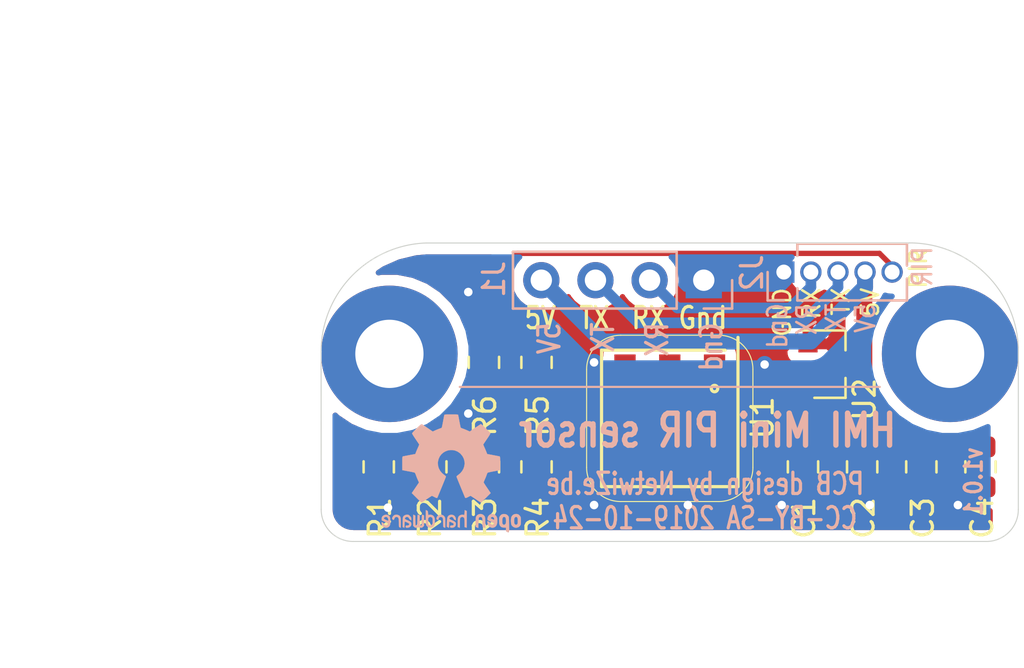
<source format=kicad_pcb>
(kicad_pcb (version 20171130) (host pcbnew "(5.1.4)-1")

  (general
    (thickness 1.6)
    (drawings 33)
    (tracks 78)
    (zones 0)
    (modules 17)
    (nets 11)
  )

  (page User 149.708 105.004)
  (title_block
    (title "PIR Sensor for HMI 4.3 screen")
    (date 2019-10-24)
    (rev v1.0.0)
    (company NetwiZe.be)
  )

  (layers
    (0 F.Cu signal)
    (31 B.Cu signal)
    (32 B.Adhes user)
    (33 F.Adhes user)
    (34 B.Paste user)
    (35 F.Paste user)
    (36 B.SilkS user)
    (37 F.SilkS user)
    (38 B.Mask user)
    (39 F.Mask user)
    (40 Dwgs.User user)
    (41 Cmts.User user)
    (42 Eco1.User user)
    (43 Eco2.User user)
    (44 Edge.Cuts user)
    (45 Margin user)
    (46 B.CrtYd user)
    (47 F.CrtYd user)
    (48 B.Fab user)
    (49 F.Fab user)
  )

  (setup
    (last_trace_width 0.25)
    (trace_clearance 0.2)
    (zone_clearance 0.508)
    (zone_45_only no)
    (trace_min 0.2)
    (via_size 0.8)
    (via_drill 0.4)
    (via_min_size 0.4)
    (via_min_drill 0.3)
    (uvia_size 0.3)
    (uvia_drill 0.1)
    (uvias_allowed no)
    (uvia_min_size 0.2)
    (uvia_min_drill 0.1)
    (edge_width 0.15)
    (segment_width 0.2)
    (pcb_text_width 0.3)
    (pcb_text_size 1.5 1.5)
    (mod_edge_width 0.15)
    (mod_text_size 1 1)
    (mod_text_width 0.15)
    (pad_size 0.975 1.4)
    (pad_drill 0)
    (pad_to_mask_clearance 0.051)
    (solder_mask_min_width 0.25)
    (aux_axis_origin 0 0)
    (visible_elements 7FFFFFFF)
    (pcbplotparams
      (layerselection 0x010fc_ffffffff)
      (usegerberextensions false)
      (usegerberattributes false)
      (usegerberadvancedattributes false)
      (creategerberjobfile false)
      (excludeedgelayer true)
      (linewidth 0.100000)
      (plotframeref false)
      (viasonmask false)
      (mode 1)
      (useauxorigin false)
      (hpglpennumber 1)
      (hpglpenspeed 20)
      (hpglpendiameter 15.000000)
      (psnegative false)
      (psa4output false)
      (plotreference true)
      (plotvalue true)
      (plotinvisibletext false)
      (padsonsilk false)
      (subtractmaskfromsilk false)
      (outputformat 1)
      (mirror false)
      (drillshape 0)
      (scaleselection 1)
      (outputdirectory "Gerber/"))
  )

  (net 0 "")
  (net 1 /3V0)
  (net 2 /OEN)
  (net 3 GND)
  (net 4 /ONTIME)
  (net 5 /SENS)
  (net 6 /RX)
  (net 7 /TX)
  (net 8 +5V)
  (net 9 /PIR)
  (net 10 /REL)

  (net_class Default "This is the default net class."
    (clearance 0.2)
    (trace_width 0.25)
    (via_dia 0.8)
    (via_drill 0.4)
    (uvia_dia 0.3)
    (uvia_drill 0.1)
    (add_net /3V0)
    (add_net /OEN)
    (add_net /ONTIME)
    (add_net /PIR)
    (add_net /REL)
    (add_net /SENS)
    (add_net GND)
  )

  (net_class +5V ""
    (clearance 0.25)
    (trace_width 0.75)
    (via_dia 0.8)
    (via_drill 0.4)
    (uvia_dia 0.3)
    (uvia_drill 0.1)
    (add_net +5V)
  )

  (net_class Serial ""
    (clearance 0.2)
    (trace_width 0.5)
    (via_dia 0.8)
    (via_drill 0.4)
    (uvia_dia 0.3)
    (uvia_drill 0.1)
    (add_net /RX)
    (add_net /TX)
  )

  (module "AliExpress:S16-L221D - Mini Pir Sensor" (layer F.Cu) (tedit 5DE9538C) (tstamp 5DC89247)
    (at 73.35 36.227)
    (path /E774F474)
    (fp_text reference U1 (at 4.35 -0.027 270) (layer F.SilkS)
      (effects (font (size 1 1) (thickness 0.15)))
    )
    (fp_text value S16-L221D-2 (at 0 -11) (layer F.Fab)
      (effects (font (size 1 1) (thickness 0.15)))
    )
    (fp_arc (start -2.3 -2.3) (end -2.3 -3.9) (angle -90) (layer F.SilkS) (width 0.05))
    (fp_arc (start -2.3 2.3) (end -3.9 2.3) (angle -90) (layer F.SilkS) (width 0.05))
    (fp_arc (start 2.3 2.3) (end 2.3 3.9) (angle -90) (layer F.SilkS) (width 0.05))
    (fp_line (start -3.9 2.3) (end -3.9 -2.3) (layer F.SilkS) (width 0.05))
    (fp_line (start 3.9 2.3) (end 3.9 -2.3) (layer F.SilkS) (width 0.05))
    (fp_arc (start 2.3 -2.3) (end 3.9 -2.3) (angle -90) (layer F.SilkS) (width 0.05))
    (fp_line (start -2.3 3.9) (end 2.3 3.9) (layer F.SilkS) (width 0.05))
    (fp_line (start -2.3 -3.9) (end 2.3 -3.9) (layer F.SilkS) (width 0.05))
    (fp_circle (center 2.1 -1.4) (end 2.25 -1.4) (layer F.SilkS) (width 0.15))
    (fp_line (start 3.2 3.2) (end -3.2 3.2) (layer F.SilkS) (width 0.15))
    (fp_line (start -3.2 -3.2) (end -3.2 3.2) (layer F.SilkS) (width 0.15))
    (fp_line (start -3.2 -3.2) (end 2.6 -3.2) (layer F.SilkS) (width 0.15))
    (fp_line (start 3.2 3.2) (end 3.2 -3.8) (layer F.SilkS) (width 0.15))
    (pad 4 smd rect (at -2.1 2.4) (size 1 1.2) (layers F.Cu F.Paste F.Mask)
      (net 1 /3V0))
    (pad 5 smd rect (at 0 2.4) (size 1 1.2) (layers F.Cu F.Paste F.Mask)
      (net 5 /SENS))
    (pad 6 smd rect (at 2.1 2.4) (size 1 1.2) (layers F.Cu F.Paste F.Mask)
      (net 3 GND))
    (pad 1 smd rect (at 2.1 -2.4) (size 1 1.2) (layers F.Cu F.Paste F.Mask)
      (net 10 /REL))
    (pad 2 smd rect (at 0 -2.4) (size 1 1.2) (layers F.Cu F.Paste F.Mask)
      (net 4 /ONTIME))
    (pad 3 smd rect (at -2.1 -2.4) (size 1 1.2) (layers F.Cu F.Paste F.Mask)
      (net 2 /OEN))
  )

  (module Resistor_SMD:R_0805_2012Metric (layer F.Cu) (tedit 5DB8B06B) (tstamp 5DBBE5C8)
    (at 64.633332 38.5 90)
    (descr "Resistor SMD 0805 (2012 Metric), square (rectangular) end terminal, IPC_7351 nominal, (Body size source: https://docs.google.com/spreadsheets/d/1BsfQQcO9C6DZCsRaXUlFlo91Tg2WpOkGARC1WS5S8t0/edit?usp=sharing), generated with kicad-footprint-generator")
    (tags resistor)
    (path /BADBB996)
    (attr smd)
    (fp_text reference R3 (at -2.4 0.05 90) (layer F.SilkS)
      (effects (font (size 1 1) (thickness 0.15)))
    )
    (fp_text value 1M (at 0 1.65 90) (layer F.Fab)
      (effects (font (size 1 1) (thickness 0.15)))
    )
    (fp_text user %R (at 0 0 90) (layer F.Fab)
      (effects (font (size 0.5 0.5) (thickness 0.08)))
    )
    (fp_line (start 1.68 0.95) (end -1.68 0.95) (layer F.CrtYd) (width 0.05))
    (fp_line (start 1.68 -0.95) (end 1.68 0.95) (layer F.CrtYd) (width 0.05))
    (fp_line (start -1.68 -0.95) (end 1.68 -0.95) (layer F.CrtYd) (width 0.05))
    (fp_line (start -1.68 0.95) (end -1.68 -0.95) (layer F.CrtYd) (width 0.05))
    (fp_line (start -0.258578 0.71) (end 0.258578 0.71) (layer F.SilkS) (width 0.12))
    (fp_line (start -0.258578 -0.71) (end 0.258578 -0.71) (layer F.SilkS) (width 0.12))
    (fp_line (start 1 0.6) (end -1 0.6) (layer F.Fab) (width 0.1))
    (fp_line (start 1 -0.6) (end 1 0.6) (layer F.Fab) (width 0.1))
    (fp_line (start -1 -0.6) (end 1 -0.6) (layer F.Fab) (width 0.1))
    (fp_line (start -1 0.6) (end -1 -0.6) (layer F.Fab) (width 0.1))
    (pad 2 smd roundrect (at 0.9375 0 90) (size 0.975 1.4) (layers F.Cu F.Paste F.Mask) (roundrect_rratio 0.25)
      (net 2 /OEN))
    (pad 1 smd roundrect (at -0.9375 0 90) (size 0.975 1.4) (layers F.Cu F.Paste F.Mask) (roundrect_rratio 0.25)
      (net 1 /3V0) (zone_connect 2))
    (model ${KISYS3DMOD}/Resistor_SMD.3dshapes/R_0805_2012Metric.wrl
      (at (xyz 0 0 0))
      (scale (xyz 1 1 1))
      (rotate (xyz 0 0 0))
    )
  )

  (module Resistor_SMD:R_0805_2012Metric (layer F.Cu) (tedit 5B36C52B) (tstamp 5DBBE61D)
    (at 64.633332 33.6 90)
    (descr "Resistor SMD 0805 (2012 Metric), square (rectangular) end terminal, IPC_7351 nominal, (Body size source: https://docs.google.com/spreadsheets/d/1BsfQQcO9C6DZCsRaXUlFlo91Tg2WpOkGARC1WS5S8t0/edit?usp=sharing), generated with kicad-footprint-generator")
    (tags resistor)
    (path /7509F689)
    (attr smd)
    (fp_text reference R6 (at -2.5 0.05 90) (layer F.SilkS)
      (effects (font (size 1 1) (thickness 0.15)))
    )
    (fp_text value 4.7k (at 0 1.65 90) (layer F.Fab)
      (effects (font (size 1 1) (thickness 0.15)))
    )
    (fp_text user %R (at 0 0 90) (layer F.Fab)
      (effects (font (size 0.5 0.5) (thickness 0.08)))
    )
    (fp_line (start 1.68 0.95) (end -1.68 0.95) (layer F.CrtYd) (width 0.05))
    (fp_line (start 1.68 -0.95) (end 1.68 0.95) (layer F.CrtYd) (width 0.05))
    (fp_line (start -1.68 -0.95) (end 1.68 -0.95) (layer F.CrtYd) (width 0.05))
    (fp_line (start -1.68 0.95) (end -1.68 -0.95) (layer F.CrtYd) (width 0.05))
    (fp_line (start -0.258578 0.71) (end 0.258578 0.71) (layer F.SilkS) (width 0.12))
    (fp_line (start -0.258578 -0.71) (end 0.258578 -0.71) (layer F.SilkS) (width 0.12))
    (fp_line (start 1 0.6) (end -1 0.6) (layer F.Fab) (width 0.1))
    (fp_line (start 1 -0.6) (end 1 0.6) (layer F.Fab) (width 0.1))
    (fp_line (start -1 -0.6) (end 1 -0.6) (layer F.Fab) (width 0.1))
    (fp_line (start -1 0.6) (end -1 -0.6) (layer F.Fab) (width 0.1))
    (pad 2 smd roundrect (at 0.9375 0 90) (size 0.975 1.4) (layers F.Cu F.Paste F.Mask) (roundrect_rratio 0.25)
      (net 9 /PIR))
    (pad 1 smd roundrect (at -0.9375 0 90) (size 0.975 1.4) (layers F.Cu F.Paste F.Mask) (roundrect_rratio 0.25)
      (net 10 /REL))
    (model ${KISYS3DMOD}/Resistor_SMD.3dshapes/R_0805_2012Metric.wrl
      (at (xyz 0 0 0))
      (scale (xyz 1 1 1))
      (rotate (xyz 0 0 0))
    )
  )

  (module Resistor_SMD:R_0805_2012Metric (layer F.Cu) (tedit 5B36C52B) (tstamp 5DBBE5D9)
    (at 67.1 33.6 90)
    (descr "Resistor SMD 0805 (2012 Metric), square (rectangular) end terminal, IPC_7351 nominal, (Body size source: https://docs.google.com/spreadsheets/d/1BsfQQcO9C6DZCsRaXUlFlo91Tg2WpOkGARC1WS5S8t0/edit?usp=sharing), generated with kicad-footprint-generator")
    (tags resistor)
    (path /F57FF6C6)
    (attr smd)
    (fp_text reference R5 (at -2.5 0.05 90) (layer F.SilkS)
      (effects (font (size 1 1) (thickness 0.15)))
    )
    (fp_text value 39k (at 0 1.65 90) (layer F.Fab)
      (effects (font (size 1 1) (thickness 0.15)))
    )
    (fp_text user %R (at 0 0 90) (layer F.Fab)
      (effects (font (size 0.5 0.5) (thickness 0.08)))
    )
    (fp_line (start 1.68 0.95) (end -1.68 0.95) (layer F.CrtYd) (width 0.05))
    (fp_line (start 1.68 -0.95) (end 1.68 0.95) (layer F.CrtYd) (width 0.05))
    (fp_line (start -1.68 -0.95) (end 1.68 -0.95) (layer F.CrtYd) (width 0.05))
    (fp_line (start -1.68 0.95) (end -1.68 -0.95) (layer F.CrtYd) (width 0.05))
    (fp_line (start -0.258578 0.71) (end 0.258578 0.71) (layer F.SilkS) (width 0.12))
    (fp_line (start -0.258578 -0.71) (end 0.258578 -0.71) (layer F.SilkS) (width 0.12))
    (fp_line (start 1 0.6) (end -1 0.6) (layer F.Fab) (width 0.1))
    (fp_line (start 1 -0.6) (end 1 0.6) (layer F.Fab) (width 0.1))
    (fp_line (start -1 -0.6) (end 1 -0.6) (layer F.Fab) (width 0.1))
    (fp_line (start -1 0.6) (end -1 -0.6) (layer F.Fab) (width 0.1))
    (pad 2 smd roundrect (at 0.9375 0 90) (size 0.975 1.4) (layers F.Cu F.Paste F.Mask) (roundrect_rratio 0.25)
      (net 3 GND))
    (pad 1 smd roundrect (at -0.9375 0 90) (size 0.975 1.4) (layers F.Cu F.Paste F.Mask) (roundrect_rratio 0.25)
      (net 4 /ONTIME))
    (model ${KISYS3DMOD}/Resistor_SMD.3dshapes/R_0805_2012Metric.wrl
      (at (xyz 0 0 0))
      (scale (xyz 1 1 1))
      (rotate (xyz 0 0 0))
    )
  )

  (module Resistor_SMD:R_0805_2012Metric (layer F.Cu) (tedit 5DB8AFAE) (tstamp 5DB36DB8)
    (at 67.1 38.5 90)
    (descr "Resistor SMD 0805 (2012 Metric), square (rectangular) end terminal, IPC_7351 nominal, (Body size source: https://docs.google.com/spreadsheets/d/1BsfQQcO9C6DZCsRaXUlFlo91Tg2WpOkGARC1WS5S8t0/edit?usp=sharing), generated with kicad-footprint-generator")
    (tags resistor)
    (path /5DB90FAC)
    (attr smd)
    (fp_text reference R4 (at -2.4 0.05 90) (layer F.SilkS)
      (effects (font (size 1 1) (thickness 0.15)))
    )
    (fp_text value 1M (at 0 1.65 90) (layer F.Fab)
      (effects (font (size 1 1) (thickness 0.15)))
    )
    (fp_text user %R (at 0 0 90) (layer F.Fab)
      (effects (font (size 0.5 0.5) (thickness 0.08)))
    )
    (fp_line (start 1.68 0.95) (end -1.68 0.95) (layer F.CrtYd) (width 0.05))
    (fp_line (start 1.68 -0.95) (end 1.68 0.95) (layer F.CrtYd) (width 0.05))
    (fp_line (start -1.68 -0.95) (end 1.68 -0.95) (layer F.CrtYd) (width 0.05))
    (fp_line (start -1.68 0.95) (end -1.68 -0.95) (layer F.CrtYd) (width 0.05))
    (fp_line (start -0.258578 0.71) (end 0.258578 0.71) (layer F.SilkS) (width 0.12))
    (fp_line (start -0.258578 -0.71) (end 0.258578 -0.71) (layer F.SilkS) (width 0.12))
    (fp_line (start 1 0.6) (end -1 0.6) (layer F.Fab) (width 0.1))
    (fp_line (start 1 -0.6) (end 1 0.6) (layer F.Fab) (width 0.1))
    (fp_line (start -1 -0.6) (end 1 -0.6) (layer F.Fab) (width 0.1))
    (fp_line (start -1 0.6) (end -1 -0.6) (layer F.Fab) (width 0.1))
    (pad 2 smd roundrect (at 0.9375 0 90) (size 0.975 1.4) (layers F.Cu F.Paste F.Mask) (roundrect_rratio 0.25)
      (net 4 /ONTIME))
    (pad 1 smd roundrect (at -0.9375 0 90) (size 0.975 1.4) (layers F.Cu F.Paste F.Mask) (roundrect_rratio 0.25)
      (net 1 /3V0) (zone_connect 2))
    (model ${KISYS3DMOD}/Resistor_SMD.3dshapes/R_0805_2012Metric.wrl
      (at (xyz 0 0 0))
      (scale (xyz 1 1 1))
      (rotate (xyz 0 0 0))
    )
  )

  (module Resistor_SMD:R_0805_2012Metric (layer F.Cu) (tedit 5DB8B065) (tstamp 5DBBE5FB)
    (at 62.166666 38.5 270)
    (descr "Resistor SMD 0805 (2012 Metric), square (rectangular) end terminal, IPC_7351 nominal, (Body size source: https://docs.google.com/spreadsheets/d/1BsfQQcO9C6DZCsRaXUlFlo91Tg2WpOkGARC1WS5S8t0/edit?usp=sharing), generated with kicad-footprint-generator")
    (tags resistor)
    (path /E6F25872)
    (attr smd)
    (fp_text reference R2 (at 2.4 0.066666 90) (layer F.SilkS)
      (effects (font (size 1 1) (thickness 0.15)))
    )
    (fp_text value 20k (at 0 1.65 90) (layer F.Fab)
      (effects (font (size 1 1) (thickness 0.15)))
    )
    (fp_text user %R (at 0 0 90) (layer F.Fab)
      (effects (font (size 0.5 0.5) (thickness 0.08)))
    )
    (fp_line (start 1.68 0.95) (end -1.68 0.95) (layer F.CrtYd) (width 0.05))
    (fp_line (start 1.68 -0.95) (end 1.68 0.95) (layer F.CrtYd) (width 0.05))
    (fp_line (start -1.68 -0.95) (end 1.68 -0.95) (layer F.CrtYd) (width 0.05))
    (fp_line (start -1.68 0.95) (end -1.68 -0.95) (layer F.CrtYd) (width 0.05))
    (fp_line (start -0.258578 0.71) (end 0.258578 0.71) (layer F.SilkS) (width 0.12))
    (fp_line (start -0.258578 -0.71) (end 0.258578 -0.71) (layer F.SilkS) (width 0.12))
    (fp_line (start 1 0.6) (end -1 0.6) (layer F.Fab) (width 0.1))
    (fp_line (start 1 -0.6) (end 1 0.6) (layer F.Fab) (width 0.1))
    (fp_line (start -1 -0.6) (end 1 -0.6) (layer F.Fab) (width 0.1))
    (fp_line (start -1 0.6) (end -1 -0.6) (layer F.Fab) (width 0.1))
    (pad 2 smd roundrect (at 0.9375 0 270) (size 0.975 1.4) (layers F.Cu F.Paste F.Mask) (roundrect_rratio 0.25)
      (net 1 /3V0) (zone_connect 2))
    (pad 1 smd roundrect (at -0.9375 0 270) (size 0.975 1.4) (layers F.Cu F.Paste F.Mask) (roundrect_rratio 0.25)
      (net 5 /SENS))
    (model ${KISYS3DMOD}/Resistor_SMD.3dshapes/R_0805_2012Metric.wrl
      (at (xyz 0 0 0))
      (scale (xyz 1 1 1))
      (rotate (xyz 0 0 0))
    )
  )

  (module Resistor_SMD:R_0805_2012Metric (layer F.Cu) (tedit 5B36C52B) (tstamp 5DBBE60C)
    (at 59.7 38.5 90)
    (descr "Resistor SMD 0805 (2012 Metric), square (rectangular) end terminal, IPC_7351 nominal, (Body size source: https://docs.google.com/spreadsheets/d/1BsfQQcO9C6DZCsRaXUlFlo91Tg2WpOkGARC1WS5S8t0/edit?usp=sharing), generated with kicad-footprint-generator")
    (tags resistor)
    (path /6C914FE3)
    (attr smd)
    (fp_text reference R1 (at -2.4 0.05 90) (layer F.SilkS)
      (effects (font (size 1 1) (thickness 0.15)))
    )
    (fp_text value 160R (at 0 1.65 90) (layer F.Fab)
      (effects (font (size 1 1) (thickness 0.15)))
    )
    (fp_text user %R (at 0 0 90) (layer F.Fab)
      (effects (font (size 0.5 0.5) (thickness 0.08)))
    )
    (fp_line (start 1.68 0.95) (end -1.68 0.95) (layer F.CrtYd) (width 0.05))
    (fp_line (start 1.68 -0.95) (end 1.68 0.95) (layer F.CrtYd) (width 0.05))
    (fp_line (start -1.68 -0.95) (end 1.68 -0.95) (layer F.CrtYd) (width 0.05))
    (fp_line (start -1.68 0.95) (end -1.68 -0.95) (layer F.CrtYd) (width 0.05))
    (fp_line (start -0.258578 0.71) (end 0.258578 0.71) (layer F.SilkS) (width 0.12))
    (fp_line (start -0.258578 -0.71) (end 0.258578 -0.71) (layer F.SilkS) (width 0.12))
    (fp_line (start 1 0.6) (end -1 0.6) (layer F.Fab) (width 0.1))
    (fp_line (start 1 -0.6) (end 1 0.6) (layer F.Fab) (width 0.1))
    (fp_line (start -1 -0.6) (end 1 -0.6) (layer F.Fab) (width 0.1))
    (fp_line (start -1 0.6) (end -1 -0.6) (layer F.Fab) (width 0.1))
    (pad 2 smd roundrect (at 0.9375 0 90) (size 0.975 1.4) (layers F.Cu F.Paste F.Mask) (roundrect_rratio 0.25)
      (net 5 /SENS))
    (pad 1 smd roundrect (at -0.9375 0 90) (size 0.975 1.4) (layers F.Cu F.Paste F.Mask) (roundrect_rratio 0.25)
      (net 3 GND))
    (model ${KISYS3DMOD}/Resistor_SMD.3dshapes/R_0805_2012Metric.wrl
      (at (xyz 0 0 0))
      (scale (xyz 1 1 1))
      (rotate (xyz 0 0 0))
    )
  )

  (module Capacitor_SMD:C_0805_2012Metric (layer F.Cu) (tedit 5B36C52B) (tstamp 5DBBE683)
    (at 87.925542 38.5 270)
    (descr "Capacitor SMD 0805 (2012 Metric), square (rectangular) end terminal, IPC_7351 nominal, (Body size source: https://docs.google.com/spreadsheets/d/1BsfQQcO9C6DZCsRaXUlFlo91Tg2WpOkGARC1WS5S8t0/edit?usp=sharing), generated with kicad-footprint-generator")
    (tags capacitor)
    (path /E7D47EA7)
    (attr smd)
    (fp_text reference C4 (at 2.4 -0.074458 90) (layer F.SilkS)
      (effects (font (size 1 1) (thickness 0.15)))
    )
    (fp_text value 100nF (at 0 1.65 90) (layer F.Fab)
      (effects (font (size 1 1) (thickness 0.15)))
    )
    (fp_text user %R (at 0 0 90) (layer F.Fab)
      (effects (font (size 0.5 0.5) (thickness 0.08)))
    )
    (fp_line (start 1.68 0.95) (end -1.68 0.95) (layer F.CrtYd) (width 0.05))
    (fp_line (start 1.68 -0.95) (end 1.68 0.95) (layer F.CrtYd) (width 0.05))
    (fp_line (start -1.68 -0.95) (end 1.68 -0.95) (layer F.CrtYd) (width 0.05))
    (fp_line (start -1.68 0.95) (end -1.68 -0.95) (layer F.CrtYd) (width 0.05))
    (fp_line (start -0.258578 0.71) (end 0.258578 0.71) (layer F.SilkS) (width 0.12))
    (fp_line (start -0.258578 -0.71) (end 0.258578 -0.71) (layer F.SilkS) (width 0.12))
    (fp_line (start 1 0.6) (end -1 0.6) (layer F.Fab) (width 0.1))
    (fp_line (start 1 -0.6) (end 1 0.6) (layer F.Fab) (width 0.1))
    (fp_line (start -1 -0.6) (end 1 -0.6) (layer F.Fab) (width 0.1))
    (fp_line (start -1 0.6) (end -1 -0.6) (layer F.Fab) (width 0.1))
    (pad 2 smd roundrect (at 0.9375 0 270) (size 0.975 1.4) (layers F.Cu F.Paste F.Mask) (roundrect_rratio 0.25)
      (net 3 GND))
    (pad 1 smd roundrect (at -0.9375 0 270) (size 0.975 1.4) (layers F.Cu F.Paste F.Mask) (roundrect_rratio 0.25)
      (net 8 +5V))
    (model ${KISYS3DMOD}/Capacitor_SMD.3dshapes/C_0805_2012Metric.wrl
      (at (xyz 0 0 0))
      (scale (xyz 1 1 1))
      (rotate (xyz 0 0 0))
    )
  )

  (module Capacitor_SMD:C_0805_2012Metric (layer F.Cu) (tedit 5B36C52B) (tstamp 5DBBE661)
    (at 85.15036 38.5 90)
    (descr "Capacitor SMD 0805 (2012 Metric), square (rectangular) end terminal, IPC_7351 nominal, (Body size source: https://docs.google.com/spreadsheets/d/1BsfQQcO9C6DZCsRaXUlFlo91Tg2WpOkGARC1WS5S8t0/edit?usp=sharing), generated with kicad-footprint-generator")
    (tags capacitor)
    (path /2D93CF11)
    (attr smd)
    (fp_text reference C3 (at -2.4 0.066306 90) (layer F.SilkS)
      (effects (font (size 1 1) (thickness 0.15)))
    )
    (fp_text value 10uF (at 0 1.65 90) (layer F.Fab)
      (effects (font (size 1 1) (thickness 0.15)))
    )
    (fp_text user %R (at 0 0 90) (layer F.Fab)
      (effects (font (size 0.5 0.5) (thickness 0.08)))
    )
    (fp_line (start 1.68 0.95) (end -1.68 0.95) (layer F.CrtYd) (width 0.05))
    (fp_line (start 1.68 -0.95) (end 1.68 0.95) (layer F.CrtYd) (width 0.05))
    (fp_line (start -1.68 -0.95) (end 1.68 -0.95) (layer F.CrtYd) (width 0.05))
    (fp_line (start -1.68 0.95) (end -1.68 -0.95) (layer F.CrtYd) (width 0.05))
    (fp_line (start -0.258578 0.71) (end 0.258578 0.71) (layer F.SilkS) (width 0.12))
    (fp_line (start -0.258578 -0.71) (end 0.258578 -0.71) (layer F.SilkS) (width 0.12))
    (fp_line (start 1 0.6) (end -1 0.6) (layer F.Fab) (width 0.1))
    (fp_line (start 1 -0.6) (end 1 0.6) (layer F.Fab) (width 0.1))
    (fp_line (start -1 -0.6) (end 1 -0.6) (layer F.Fab) (width 0.1))
    (fp_line (start -1 0.6) (end -1 -0.6) (layer F.Fab) (width 0.1))
    (pad 2 smd roundrect (at 0.9375 0 90) (size 0.975 1.4) (layers F.Cu F.Paste F.Mask) (roundrect_rratio 0.25)
      (net 8 +5V))
    (pad 1 smd roundrect (at -0.9375 0 90) (size 0.975 1.4) (layers F.Cu F.Paste F.Mask) (roundrect_rratio 0.25)
      (net 3 GND))
    (model ${KISYS3DMOD}/Capacitor_SMD.3dshapes/C_0805_2012Metric.wrl
      (at (xyz 0 0 0))
      (scale (xyz 1 1 1))
      (rotate (xyz 0 0 0))
    )
  )

  (module Capacitor_SMD:C_0805_2012Metric (layer F.Cu) (tedit 5B36C52B) (tstamp 5DBBE63F)
    (at 82.37518 38.5 270)
    (descr "Capacitor SMD 0805 (2012 Metric), square (rectangular) end terminal, IPC_7351 nominal, (Body size source: https://docs.google.com/spreadsheets/d/1BsfQQcO9C6DZCsRaXUlFlo91Tg2WpOkGARC1WS5S8t0/edit?usp=sharing), generated with kicad-footprint-generator")
    (tags capacitor)
    (path /8E04CE4C)
    (attr smd)
    (fp_text reference C2 (at 2.4 -0.058153 90) (layer F.SilkS)
      (effects (font (size 1 1) (thickness 0.15)))
    )
    (fp_text value 100nF (at 0 1.65 90) (layer F.Fab)
      (effects (font (size 1 1) (thickness 0.15)))
    )
    (fp_text user %R (at 0 0 90) (layer F.Fab)
      (effects (font (size 0.5 0.5) (thickness 0.08)))
    )
    (fp_line (start 1.68 0.95) (end -1.68 0.95) (layer F.CrtYd) (width 0.05))
    (fp_line (start 1.68 -0.95) (end 1.68 0.95) (layer F.CrtYd) (width 0.05))
    (fp_line (start -1.68 -0.95) (end 1.68 -0.95) (layer F.CrtYd) (width 0.05))
    (fp_line (start -1.68 0.95) (end -1.68 -0.95) (layer F.CrtYd) (width 0.05))
    (fp_line (start -0.258578 0.71) (end 0.258578 0.71) (layer F.SilkS) (width 0.12))
    (fp_line (start -0.258578 -0.71) (end 0.258578 -0.71) (layer F.SilkS) (width 0.12))
    (fp_line (start 1 0.6) (end -1 0.6) (layer F.Fab) (width 0.1))
    (fp_line (start 1 -0.6) (end 1 0.6) (layer F.Fab) (width 0.1))
    (fp_line (start -1 -0.6) (end 1 -0.6) (layer F.Fab) (width 0.1))
    (fp_line (start -1 0.6) (end -1 -0.6) (layer F.Fab) (width 0.1))
    (pad 2 smd roundrect (at 0.9375 0 270) (size 0.975 1.4) (layers F.Cu F.Paste F.Mask) (roundrect_rratio 0.25)
      (net 3 GND))
    (pad 1 smd roundrect (at -0.9375 0 270) (size 0.975 1.4) (layers F.Cu F.Paste F.Mask) (roundrect_rratio 0.25)
      (net 1 /3V0))
    (model ${KISYS3DMOD}/Capacitor_SMD.3dshapes/C_0805_2012Metric.wrl
      (at (xyz 0 0 0))
      (scale (xyz 1 1 1))
      (rotate (xyz 0 0 0))
    )
  )

  (module Capacitor_SMD:C_0805_2012Metric (layer F.Cu) (tedit 5B36C52B) (tstamp 5DC88333)
    (at 79.6 38.5 90)
    (descr "Capacitor SMD 0805 (2012 Metric), square (rectangular) end terminal, IPC_7351 nominal, (Body size source: https://docs.google.com/spreadsheets/d/1BsfQQcO9C6DZCsRaXUlFlo91Tg2WpOkGARC1WS5S8t0/edit?usp=sharing), generated with kicad-footprint-generator")
    (tags capacitor)
    (path /5DBD59E0)
    (attr smd)
    (fp_text reference C1 (at -2.4 0.05 90) (layer F.SilkS)
      (effects (font (size 1 1) (thickness 0.15)))
    )
    (fp_text value 10uF (at 0 1.65 90) (layer F.Fab)
      (effects (font (size 1 1) (thickness 0.15)))
    )
    (fp_text user %R (at 0 0 90) (layer F.Fab)
      (effects (font (size 0.5 0.5) (thickness 0.08)))
    )
    (fp_line (start 1.68 0.95) (end -1.68 0.95) (layer F.CrtYd) (width 0.05))
    (fp_line (start 1.68 -0.95) (end 1.68 0.95) (layer F.CrtYd) (width 0.05))
    (fp_line (start -1.68 -0.95) (end 1.68 -0.95) (layer F.CrtYd) (width 0.05))
    (fp_line (start -1.68 0.95) (end -1.68 -0.95) (layer F.CrtYd) (width 0.05))
    (fp_line (start -0.258578 0.71) (end 0.258578 0.71) (layer F.SilkS) (width 0.12))
    (fp_line (start -0.258578 -0.71) (end 0.258578 -0.71) (layer F.SilkS) (width 0.12))
    (fp_line (start 1 0.6) (end -1 0.6) (layer F.Fab) (width 0.1))
    (fp_line (start 1 -0.6) (end 1 0.6) (layer F.Fab) (width 0.1))
    (fp_line (start -1 -0.6) (end 1 -0.6) (layer F.Fab) (width 0.1))
    (fp_line (start -1 0.6) (end -1 -0.6) (layer F.Fab) (width 0.1))
    (pad 2 smd roundrect (at 0.9375 0 90) (size 0.975 1.4) (layers F.Cu F.Paste F.Mask) (roundrect_rratio 0.25)
      (net 1 /3V0))
    (pad 1 smd roundrect (at -0.9375 0 90) (size 0.975 1.4) (layers F.Cu F.Paste F.Mask) (roundrect_rratio 0.25)
      (net 3 GND))
    (model ${KISYS3DMOD}/Capacitor_SMD.3dshapes/C_0805_2012Metric.wrl
      (at (xyz 0 0 0))
      (scale (xyz 1 1 1))
      (rotate (xyz 0 0 0))
    )
  )

  (module Symbol:OSHW-Logo2_7.3x6mm_SilkScreen (layer B.Cu) (tedit 0) (tstamp 5DB40112)
    (at 63.1 38.8 180)
    (descr "Open Source Hardware Symbol")
    (tags "Logo Symbol OSHW")
    (attr virtual)
    (fp_text reference REF** (at 0 0 180) (layer B.SilkS) hide
      (effects (font (size 1 1) (thickness 0.15)) (justify mirror))
    )
    (fp_text value OSHW-Logo2_7.3x6mm_SilkScreen (at -0.3 -12.6 180) (layer B.Fab) hide
      (effects (font (size 1 1) (thickness 0.15)) (justify mirror))
    )
    (fp_poly (pts (xy 0.10391 2.757652) (xy 0.182454 2.757222) (xy 0.239298 2.756058) (xy 0.278105 2.753793)
      (xy 0.302538 2.75006) (xy 0.316262 2.744494) (xy 0.32294 2.736727) (xy 0.326236 2.726395)
      (xy 0.326556 2.725057) (xy 0.331562 2.700921) (xy 0.340829 2.653299) (xy 0.353392 2.587259)
      (xy 0.368287 2.507872) (xy 0.384551 2.420204) (xy 0.385119 2.417125) (xy 0.40141 2.331211)
      (xy 0.416652 2.255304) (xy 0.429861 2.193955) (xy 0.440054 2.151718) (xy 0.446248 2.133145)
      (xy 0.446543 2.132816) (xy 0.464788 2.123747) (xy 0.502405 2.108633) (xy 0.551271 2.090738)
      (xy 0.551543 2.090642) (xy 0.613093 2.067507) (xy 0.685657 2.038035) (xy 0.754057 2.008403)
      (xy 0.757294 2.006938) (xy 0.868702 1.956374) (xy 1.115399 2.12484) (xy 1.191077 2.176197)
      (xy 1.259631 2.222111) (xy 1.317088 2.25997) (xy 1.359476 2.287163) (xy 1.382825 2.301079)
      (xy 1.385042 2.302111) (xy 1.40201 2.297516) (xy 1.433701 2.275345) (xy 1.481352 2.234553)
      (xy 1.546198 2.174095) (xy 1.612397 2.109773) (xy 1.676214 2.046388) (xy 1.733329 1.988549)
      (xy 1.780305 1.939825) (xy 1.813703 1.90379) (xy 1.830085 1.884016) (xy 1.830694 1.882998)
      (xy 1.832505 1.869428) (xy 1.825683 1.847267) (xy 1.80854 1.813522) (xy 1.779393 1.7652)
      (xy 1.736555 1.699308) (xy 1.679448 1.614483) (xy 1.628766 1.539823) (xy 1.583461 1.47286)
      (xy 1.54615 1.417484) (xy 1.519452 1.37758) (xy 1.505985 1.357038) (xy 1.505137 1.355644)
      (xy 1.506781 1.335962) (xy 1.519245 1.297707) (xy 1.540048 1.248111) (xy 1.547462 1.232272)
      (xy 1.579814 1.16171) (xy 1.614328 1.081647) (xy 1.642365 1.012371) (xy 1.662568 0.960955)
      (xy 1.678615 0.921881) (xy 1.687888 0.901459) (xy 1.689041 0.899886) (xy 1.706096 0.897279)
      (xy 1.746298 0.890137) (xy 1.804302 0.879477) (xy 1.874763 0.866315) (xy 1.952335 0.851667)
      (xy 2.031672 0.836551) (xy 2.107431 0.821982) (xy 2.174264 0.808978) (xy 2.226828 0.798555)
      (xy 2.259776 0.79173) (xy 2.267857 0.789801) (xy 2.276205 0.785038) (xy 2.282506 0.774282)
      (xy 2.287045 0.753902) (xy 2.290104 0.720266) (xy 2.291967 0.669745) (xy 2.292918 0.598708)
      (xy 2.29324 0.503524) (xy 2.293257 0.464508) (xy 2.293257 0.147201) (xy 2.217057 0.132161)
      (xy 2.174663 0.124005) (xy 2.1114 0.112101) (xy 2.034962 0.097884) (xy 1.953043 0.08279)
      (xy 1.9304 0.078645) (xy 1.854806 0.063947) (xy 1.788953 0.049495) (xy 1.738366 0.036625)
      (xy 1.708574 0.026678) (xy 1.703612 0.023713) (xy 1.691426 0.002717) (xy 1.673953 -0.037967)
      (xy 1.654577 -0.090322) (xy 1.650734 -0.1016) (xy 1.625339 -0.171523) (xy 1.593817 -0.250418)
      (xy 1.562969 -0.321266) (xy 1.562817 -0.321595) (xy 1.511447 -0.432733) (xy 1.680399 -0.681253)
      (xy 1.849352 -0.929772) (xy 1.632429 -1.147058) (xy 1.566819 -1.211726) (xy 1.506979 -1.268733)
      (xy 1.456267 -1.315033) (xy 1.418046 -1.347584) (xy 1.395675 -1.363343) (xy 1.392466 -1.364343)
      (xy 1.373626 -1.356469) (xy 1.33518 -1.334578) (xy 1.28133 -1.301267) (xy 1.216276 -1.259131)
      (xy 1.14594 -1.211943) (xy 1.074555 -1.16381) (xy 1.010908 -1.121928) (xy 0.959041 -1.088871)
      (xy 0.922995 -1.067218) (xy 0.906867 -1.059543) (xy 0.887189 -1.066037) (xy 0.849875 -1.08315)
      (xy 0.802621 -1.107326) (xy 0.797612 -1.110013) (xy 0.733977 -1.141927) (xy 0.690341 -1.157579)
      (xy 0.663202 -1.157745) (xy 0.649057 -1.143204) (xy 0.648975 -1.143) (xy 0.641905 -1.125779)
      (xy 0.625042 -1.084899) (xy 0.599695 -1.023525) (xy 0.567171 -0.944819) (xy 0.528778 -0.851947)
      (xy 0.485822 -0.748072) (xy 0.444222 -0.647502) (xy 0.398504 -0.536516) (xy 0.356526 -0.433703)
      (xy 0.319548 -0.342215) (xy 0.288827 -0.265201) (xy 0.265622 -0.205815) (xy 0.25119 -0.167209)
      (xy 0.246743 -0.1528) (xy 0.257896 -0.136272) (xy 0.287069 -0.10993) (xy 0.325971 -0.080887)
      (xy 0.436757 0.010961) (xy 0.523351 0.116241) (xy 0.584716 0.232734) (xy 0.619815 0.358224)
      (xy 0.627608 0.490493) (xy 0.621943 0.551543) (xy 0.591078 0.678205) (xy 0.53792 0.790059)
      (xy 0.465767 0.885999) (xy 0.377917 0.964924) (xy 0.277665 1.02573) (xy 0.16831 1.067313)
      (xy 0.053147 1.088572) (xy -0.064525 1.088401) (xy -0.18141 1.065699) (xy -0.294211 1.019362)
      (xy -0.399631 0.948287) (xy -0.443632 0.908089) (xy -0.528021 0.804871) (xy -0.586778 0.692075)
      (xy -0.620296 0.57299) (xy -0.628965 0.450905) (xy -0.613177 0.329107) (xy -0.573322 0.210884)
      (xy -0.509793 0.099525) (xy -0.422979 -0.001684) (xy -0.325971 -0.080887) (xy -0.285563 -0.111162)
      (xy -0.257018 -0.137219) (xy -0.246743 -0.152825) (xy -0.252123 -0.169843) (xy -0.267425 -0.2105)
      (xy -0.291388 -0.271642) (xy -0.322756 -0.350119) (xy -0.360268 -0.44278) (xy -0.402667 -0.546472)
      (xy -0.444337 -0.647526) (xy -0.49031 -0.758607) (xy -0.532893 -0.861541) (xy -0.570779 -0.953165)
      (xy -0.60266 -1.030316) (xy -0.627229 -1.089831) (xy -0.64318 -1.128544) (xy -0.64909 -1.143)
      (xy -0.663052 -1.157685) (xy -0.69006 -1.157642) (xy -0.733587 -1.142099) (xy -0.79711 -1.110284)
      (xy -0.797612 -1.110013) (xy -0.84544 -1.085323) (xy -0.884103 -1.067338) (xy -0.905905 -1.059614)
      (xy -0.906867 -1.059543) (xy -0.923279 -1.067378) (xy -0.959513 -1.089165) (xy -1.011526 -1.122328)
      (xy -1.075275 -1.164291) (xy -1.14594 -1.211943) (xy -1.217884 -1.260191) (xy -1.282726 -1.302151)
      (xy -1.336265 -1.335227) (xy -1.374303 -1.356821) (xy -1.392467 -1.364343) (xy -1.409192 -1.354457)
      (xy -1.44282 -1.326826) (xy -1.48999 -1.284495) (xy -1.547342 -1.230505) (xy -1.611516 -1.167899)
      (xy -1.632503 -1.146983) (xy -1.849501 -0.929623) (xy -1.684332 -0.68722) (xy -1.634136 -0.612781)
      (xy -1.590081 -0.545972) (xy -1.554638 -0.490665) (xy -1.530281 -0.450729) (xy -1.519478 -0.430036)
      (xy -1.519162 -0.428563) (xy -1.524857 -0.409058) (xy -1.540174 -0.369822) (xy -1.562463 -0.31743)
      (xy -1.578107 -0.282355) (xy -1.607359 -0.215201) (xy -1.634906 -0.147358) (xy -1.656263 -0.090034)
      (xy -1.662065 -0.072572) (xy -1.678548 -0.025938) (xy -1.69466 0.010095) (xy -1.70351 0.023713)
      (xy -1.72304 0.032048) (xy -1.765666 0.043863) (xy -1.825855 0.057819) (xy -1.898078 0.072578)
      (xy -1.9304 0.078645) (xy -2.012478 0.093727) (xy -2.091205 0.108331) (xy -2.158891 0.12102)
      (xy -2.20784 0.130358) (xy -2.217057 0.132161) (xy -2.293257 0.147201) (xy -2.293257 0.464508)
      (xy -2.293086 0.568846) (xy -2.292384 0.647787) (xy -2.290866 0.704962) (xy -2.288251 0.744001)
      (xy -2.284254 0.768535) (xy -2.278591 0.782195) (xy -2.27098 0.788611) (xy -2.267857 0.789801)
      (xy -2.249022 0.79402) (xy -2.207412 0.802438) (xy -2.14837 0.814039) (xy -2.077243 0.827805)
      (xy -1.999375 0.84272) (xy -1.920113 0.857768) (xy -1.844802 0.871931) (xy -1.778787 0.884194)
      (xy -1.727413 0.893539) (xy -1.696025 0.89895) (xy -1.689041 0.899886) (xy -1.682715 0.912404)
      (xy -1.66871 0.945754) (xy -1.649645 0.993623) (xy -1.642366 1.012371) (xy -1.613004 1.084805)
      (xy -1.578429 1.16483) (xy -1.547463 1.232272) (xy -1.524677 1.283841) (xy -1.509518 1.326215)
      (xy -1.504458 1.352166) (xy -1.505264 1.355644) (xy -1.515959 1.372064) (xy -1.54038 1.408583)
      (xy -1.575905 1.461313) (xy -1.619913 1.526365) (xy -1.669783 1.599849) (xy -1.679644 1.614355)
      (xy -1.737508 1.700296) (xy -1.780044 1.765739) (xy -1.808946 1.813696) (xy -1.82591 1.84718)
      (xy -1.832633 1.869205) (xy -1.83081 1.882783) (xy -1.830764 1.882869) (xy -1.816414 1.900703)
      (xy -1.784677 1.935183) (xy -1.73899 1.982732) (xy -1.682796 2.039778) (xy -1.619532 2.102745)
      (xy -1.612398 2.109773) (xy -1.53267 2.18698) (xy -1.471143 2.24367) (xy -1.426579 2.28089)
      (xy -1.397743 2.299685) (xy -1.385042 2.302111) (xy -1.366506 2.291529) (xy -1.328039 2.267084)
      (xy -1.273614 2.231388) (xy -1.207202 2.187053) (xy -1.132775 2.136689) (xy -1.115399 2.12484)
      (xy -0.868703 1.956374) (xy -0.757294 2.006938) (xy -0.689543 2.036405) (xy -0.616817 2.066041)
      (xy -0.554297 2.08967) (xy -0.551543 2.090642) (xy -0.50264 2.108543) (xy -0.464943 2.12368)
      (xy -0.446575 2.13279) (xy -0.446544 2.132816) (xy -0.440715 2.149283) (xy -0.430808 2.189781)
      (xy -0.417805 2.249758) (xy -0.402691 2.32466) (xy -0.386448 2.409936) (xy -0.385119 2.417125)
      (xy -0.368825 2.504986) (xy -0.353867 2.58474) (xy -0.341209 2.651319) (xy -0.331814 2.699653)
      (xy -0.326646 2.724675) (xy -0.326556 2.725057) (xy -0.323411 2.735701) (xy -0.317296 2.743738)
      (xy -0.304547 2.749533) (xy -0.2815 2.753453) (xy -0.244491 2.755865) (xy -0.189856 2.757135)
      (xy -0.113933 2.757629) (xy -0.013056 2.757714) (xy 0 2.757714) (xy 0.10391 2.757652)) (layer B.SilkS) (width 0.01))
    (fp_poly (pts (xy 3.153595 -1.966966) (xy 3.211021 -2.004497) (xy 3.238719 -2.038096) (xy 3.260662 -2.099064)
      (xy 3.262405 -2.147308) (xy 3.258457 -2.211816) (xy 3.109686 -2.276934) (xy 3.037349 -2.310202)
      (xy 2.990084 -2.336964) (xy 2.965507 -2.360144) (xy 2.961237 -2.382667) (xy 2.974889 -2.407455)
      (xy 2.989943 -2.423886) (xy 3.033746 -2.450235) (xy 3.081389 -2.452081) (xy 3.125145 -2.431546)
      (xy 3.157289 -2.390752) (xy 3.163038 -2.376347) (xy 3.190576 -2.331356) (xy 3.222258 -2.312182)
      (xy 3.265714 -2.295779) (xy 3.265714 -2.357966) (xy 3.261872 -2.400283) (xy 3.246823 -2.435969)
      (xy 3.21528 -2.476943) (xy 3.210592 -2.482267) (xy 3.175506 -2.51872) (xy 3.145347 -2.538283)
      (xy 3.107615 -2.547283) (xy 3.076335 -2.55023) (xy 3.020385 -2.550965) (xy 2.980555 -2.54166)
      (xy 2.955708 -2.527846) (xy 2.916656 -2.497467) (xy 2.889625 -2.464613) (xy 2.872517 -2.423294)
      (xy 2.863238 -2.367521) (xy 2.859693 -2.291305) (xy 2.85941 -2.252622) (xy 2.860372 -2.206247)
      (xy 2.948007 -2.206247) (xy 2.949023 -2.231126) (xy 2.951556 -2.2352) (xy 2.968274 -2.229665)
      (xy 3.004249 -2.215017) (xy 3.052331 -2.19419) (xy 3.062386 -2.189714) (xy 3.123152 -2.158814)
      (xy 3.156632 -2.131657) (xy 3.16399 -2.10622) (xy 3.146391 -2.080481) (xy 3.131856 -2.069109)
      (xy 3.07941 -2.046364) (xy 3.030322 -2.050122) (xy 2.989227 -2.077884) (xy 2.960758 -2.127152)
      (xy 2.951631 -2.166257) (xy 2.948007 -2.206247) (xy 2.860372 -2.206247) (xy 2.861285 -2.162249)
      (xy 2.868196 -2.095384) (xy 2.881884 -2.046695) (xy 2.904096 -2.010849) (xy 2.936574 -1.982513)
      (xy 2.950733 -1.973355) (xy 3.015053 -1.949507) (xy 3.085473 -1.948006) (xy 3.153595 -1.966966)) (layer B.SilkS) (width 0.01))
    (fp_poly (pts (xy 2.6526 -1.958752) (xy 2.669948 -1.966334) (xy 2.711356 -1.999128) (xy 2.746765 -2.046547)
      (xy 2.768664 -2.097151) (xy 2.772229 -2.122098) (xy 2.760279 -2.156927) (xy 2.734067 -2.175357)
      (xy 2.705964 -2.186516) (xy 2.693095 -2.188572) (xy 2.686829 -2.173649) (xy 2.674456 -2.141175)
      (xy 2.669028 -2.126502) (xy 2.63859 -2.075744) (xy 2.59452 -2.050427) (xy 2.53801 -2.051206)
      (xy 2.533825 -2.052203) (xy 2.503655 -2.066507) (xy 2.481476 -2.094393) (xy 2.466327 -2.139287)
      (xy 2.45725 -2.204615) (xy 2.453286 -2.293804) (xy 2.452914 -2.341261) (xy 2.45273 -2.416071)
      (xy 2.451522 -2.467069) (xy 2.448309 -2.499471) (xy 2.442109 -2.518495) (xy 2.43194 -2.529356)
      (xy 2.416819 -2.537272) (xy 2.415946 -2.53767) (xy 2.386828 -2.549981) (xy 2.372403 -2.554514)
      (xy 2.370186 -2.540809) (xy 2.368289 -2.502925) (xy 2.366847 -2.445715) (xy 2.365998 -2.374027)
      (xy 2.365829 -2.321565) (xy 2.366692 -2.220047) (xy 2.37007 -2.143032) (xy 2.377142 -2.086023)
      (xy 2.389088 -2.044526) (xy 2.40709 -2.014043) (xy 2.432327 -1.99008) (xy 2.457247 -1.973355)
      (xy 2.517171 -1.951097) (xy 2.586911 -1.946076) (xy 2.6526 -1.958752)) (layer B.SilkS) (width 0.01))
    (fp_poly (pts (xy 2.144876 -1.956335) (xy 2.186667 -1.975344) (xy 2.219469 -1.998378) (xy 2.243503 -2.024133)
      (xy 2.260097 -2.057358) (xy 2.270577 -2.1028) (xy 2.276271 -2.165207) (xy 2.278507 -2.249327)
      (xy 2.278743 -2.304721) (xy 2.278743 -2.520826) (xy 2.241774 -2.53767) (xy 2.212656 -2.549981)
      (xy 2.198231 -2.554514) (xy 2.195472 -2.541025) (xy 2.193282 -2.504653) (xy 2.191942 -2.451542)
      (xy 2.191657 -2.409372) (xy 2.190434 -2.348447) (xy 2.187136 -2.300115) (xy 2.182321 -2.270518)
      (xy 2.178496 -2.264229) (xy 2.152783 -2.270652) (xy 2.112418 -2.287125) (xy 2.065679 -2.309458)
      (xy 2.020845 -2.333457) (xy 1.986193 -2.35493) (xy 1.970002 -2.369685) (xy 1.969938 -2.369845)
      (xy 1.97133 -2.397152) (xy 1.983818 -2.423219) (xy 2.005743 -2.444392) (xy 2.037743 -2.451474)
      (xy 2.065092 -2.450649) (xy 2.103826 -2.450042) (xy 2.124158 -2.459116) (xy 2.136369 -2.483092)
      (xy 2.137909 -2.487613) (xy 2.143203 -2.521806) (xy 2.129047 -2.542568) (xy 2.092148 -2.552462)
      (xy 2.052289 -2.554292) (xy 1.980562 -2.540727) (xy 1.943432 -2.521355) (xy 1.897576 -2.475845)
      (xy 1.873256 -2.419983) (xy 1.871073 -2.360957) (xy 1.891629 -2.305953) (xy 1.922549 -2.271486)
      (xy 1.95342 -2.252189) (xy 2.001942 -2.227759) (xy 2.058485 -2.202985) (xy 2.06791 -2.199199)
      (xy 2.130019 -2.171791) (xy 2.165822 -2.147634) (xy 2.177337 -2.123619) (xy 2.16658 -2.096635)
      (xy 2.148114 -2.075543) (xy 2.104469 -2.049572) (xy 2.056446 -2.047624) (xy 2.012406 -2.067637)
      (xy 1.980709 -2.107551) (xy 1.976549 -2.117848) (xy 1.952327 -2.155724) (xy 1.916965 -2.183842)
      (xy 1.872343 -2.206917) (xy 1.872343 -2.141485) (xy 1.874969 -2.101506) (xy 1.88623 -2.069997)
      (xy 1.911199 -2.036378) (xy 1.935169 -2.010484) (xy 1.972441 -1.973817) (xy 2.001401 -1.954121)
      (xy 2.032505 -1.94622) (xy 2.067713 -1.944914) (xy 2.144876 -1.956335)) (layer B.SilkS) (width 0.01))
    (fp_poly (pts (xy 1.779833 -1.958663) (xy 1.782048 -1.99685) (xy 1.783784 -2.054886) (xy 1.784899 -2.12818)
      (xy 1.785257 -2.205055) (xy 1.785257 -2.465196) (xy 1.739326 -2.511127) (xy 1.707675 -2.539429)
      (xy 1.67989 -2.550893) (xy 1.641915 -2.550168) (xy 1.62684 -2.548321) (xy 1.579726 -2.542948)
      (xy 1.540756 -2.539869) (xy 1.531257 -2.539585) (xy 1.499233 -2.541445) (xy 1.453432 -2.546114)
      (xy 1.435674 -2.548321) (xy 1.392057 -2.551735) (xy 1.362745 -2.54432) (xy 1.33368 -2.521427)
      (xy 1.323188 -2.511127) (xy 1.277257 -2.465196) (xy 1.277257 -1.978602) (xy 1.314226 -1.961758)
      (xy 1.346059 -1.949282) (xy 1.364683 -1.944914) (xy 1.369458 -1.958718) (xy 1.373921 -1.997286)
      (xy 1.377775 -2.056356) (xy 1.380722 -2.131663) (xy 1.382143 -2.195286) (xy 1.386114 -2.445657)
      (xy 1.420759 -2.450556) (xy 1.452268 -2.447131) (xy 1.467708 -2.436041) (xy 1.472023 -2.415308)
      (xy 1.475708 -2.371145) (xy 1.478469 -2.309146) (xy 1.480012 -2.234909) (xy 1.480235 -2.196706)
      (xy 1.480457 -1.976783) (xy 1.526166 -1.960849) (xy 1.558518 -1.950015) (xy 1.576115 -1.944962)
      (xy 1.576623 -1.944914) (xy 1.578388 -1.958648) (xy 1.580329 -1.99673) (xy 1.582282 -2.054482)
      (xy 1.584084 -2.127227) (xy 1.585343 -2.195286) (xy 1.589314 -2.445657) (xy 1.6764 -2.445657)
      (xy 1.680396 -2.21724) (xy 1.684392 -1.988822) (xy 1.726847 -1.966868) (xy 1.758192 -1.951793)
      (xy 1.776744 -1.944951) (xy 1.777279 -1.944914) (xy 1.779833 -1.958663)) (layer B.SilkS) (width 0.01))
    (fp_poly (pts (xy 1.190117 -2.065358) (xy 1.189933 -2.173837) (xy 1.189219 -2.257287) (xy 1.187675 -2.319704)
      (xy 1.185001 -2.365085) (xy 1.180894 -2.397429) (xy 1.175055 -2.420733) (xy 1.167182 -2.438995)
      (xy 1.161221 -2.449418) (xy 1.111855 -2.505945) (xy 1.049264 -2.541377) (xy 0.980013 -2.55409)
      (xy 0.910668 -2.542463) (xy 0.869375 -2.521568) (xy 0.826025 -2.485422) (xy 0.796481 -2.441276)
      (xy 0.778655 -2.383462) (xy 0.770463 -2.306313) (xy 0.769302 -2.249714) (xy 0.769458 -2.245647)
      (xy 0.870857 -2.245647) (xy 0.871476 -2.31055) (xy 0.874314 -2.353514) (xy 0.88084 -2.381622)
      (xy 0.892523 -2.401953) (xy 0.906483 -2.417288) (xy 0.953365 -2.44689) (xy 1.003701 -2.449419)
      (xy 1.051276 -2.424705) (xy 1.054979 -2.421356) (xy 1.070783 -2.403935) (xy 1.080693 -2.383209)
      (xy 1.086058 -2.352362) (xy 1.088228 -2.304577) (xy 1.088571 -2.251748) (xy 1.087827 -2.185381)
      (xy 1.084748 -2.141106) (xy 1.078061 -2.112009) (xy 1.066496 -2.091173) (xy 1.057013 -2.080107)
      (xy 1.01296 -2.052198) (xy 0.962224 -2.048843) (xy 0.913796 -2.070159) (xy 0.90445 -2.078073)
      (xy 0.88854 -2.095647) (xy 0.87861 -2.116587) (xy 0.873278 -2.147782) (xy 0.871163 -2.196122)
      (xy 0.870857 -2.245647) (xy 0.769458 -2.245647) (xy 0.77281 -2.158568) (xy 0.784726 -2.090086)
      (xy 0.807135 -2.0386) (xy 0.842124 -1.998443) (xy 0.869375 -1.977861) (xy 0.918907 -1.955625)
      (xy 0.976316 -1.945304) (xy 1.029682 -1.948067) (xy 1.059543 -1.959212) (xy 1.071261 -1.962383)
      (xy 1.079037 -1.950557) (xy 1.084465 -1.918866) (xy 1.088571 -1.870593) (xy 1.093067 -1.816829)
      (xy 1.099313 -1.784482) (xy 1.110676 -1.765985) (xy 1.130528 -1.75377) (xy 1.143 -1.748362)
      (xy 1.190171 -1.728601) (xy 1.190117 -2.065358)) (layer B.SilkS) (width 0.01))
    (fp_poly (pts (xy 0.529926 -1.949755) (xy 0.595858 -1.974084) (xy 0.649273 -2.017117) (xy 0.670164 -2.047409)
      (xy 0.692939 -2.102994) (xy 0.692466 -2.143186) (xy 0.668562 -2.170217) (xy 0.659717 -2.174813)
      (xy 0.62153 -2.189144) (xy 0.602028 -2.185472) (xy 0.595422 -2.161407) (xy 0.595086 -2.148114)
      (xy 0.582992 -2.09921) (xy 0.551471 -2.064999) (xy 0.507659 -2.048476) (xy 0.458695 -2.052634)
      (xy 0.418894 -2.074227) (xy 0.40545 -2.086544) (xy 0.395921 -2.101487) (xy 0.389485 -2.124075)
      (xy 0.385317 -2.159328) (xy 0.382597 -2.212266) (xy 0.380502 -2.287907) (xy 0.37996 -2.311857)
      (xy 0.377981 -2.39379) (xy 0.375731 -2.451455) (xy 0.372357 -2.489608) (xy 0.367006 -2.513004)
      (xy 0.358824 -2.526398) (xy 0.346959 -2.534545) (xy 0.339362 -2.538144) (xy 0.307102 -2.550452)
      (xy 0.288111 -2.554514) (xy 0.281836 -2.540948) (xy 0.278006 -2.499934) (xy 0.2766 -2.430999)
      (xy 0.277598 -2.333669) (xy 0.277908 -2.318657) (xy 0.280101 -2.229859) (xy 0.282693 -2.165019)
      (xy 0.286382 -2.119067) (xy 0.291864 -2.086935) (xy 0.299835 -2.063553) (xy 0.310993 -2.043852)
      (xy 0.31683 -2.03541) (xy 0.350296 -1.998057) (xy 0.387727 -1.969003) (xy 0.392309 -1.966467)
      (xy 0.459426 -1.946443) (xy 0.529926 -1.949755)) (layer B.SilkS) (width 0.01))
    (fp_poly (pts (xy 0.039744 -1.950968) (xy 0.096616 -1.972087) (xy 0.097267 -1.972493) (xy 0.13244 -1.99838)
      (xy 0.158407 -2.028633) (xy 0.17667 -2.068058) (xy 0.188732 -2.121462) (xy 0.196096 -2.193651)
      (xy 0.200264 -2.289432) (xy 0.200629 -2.303078) (xy 0.205876 -2.508842) (xy 0.161716 -2.531678)
      (xy 0.129763 -2.54711) (xy 0.11047 -2.554423) (xy 0.109578 -2.554514) (xy 0.106239 -2.541022)
      (xy 0.103587 -2.504626) (xy 0.101956 -2.451452) (xy 0.1016 -2.408393) (xy 0.101592 -2.338641)
      (xy 0.098403 -2.294837) (xy 0.087288 -2.273944) (xy 0.063501 -2.272925) (xy 0.022296 -2.288741)
      (xy -0.039914 -2.317815) (xy -0.085659 -2.341963) (xy -0.109187 -2.362913) (xy -0.116104 -2.385747)
      (xy -0.116114 -2.386877) (xy -0.104701 -2.426212) (xy -0.070908 -2.447462) (xy -0.019191 -2.450539)
      (xy 0.018061 -2.450006) (xy 0.037703 -2.460735) (xy 0.049952 -2.486505) (xy 0.057002 -2.519337)
      (xy 0.046842 -2.537966) (xy 0.043017 -2.540632) (xy 0.007001 -2.55134) (xy -0.043434 -2.552856)
      (xy -0.095374 -2.545759) (xy -0.132178 -2.532788) (xy -0.183062 -2.489585) (xy -0.211986 -2.429446)
      (xy -0.217714 -2.382462) (xy -0.213343 -2.340082) (xy -0.197525 -2.305488) (xy -0.166203 -2.274763)
      (xy -0.115322 -2.24399) (xy -0.040824 -2.209252) (xy -0.036286 -2.207288) (xy 0.030821 -2.176287)
      (xy 0.072232 -2.150862) (xy 0.089981 -2.128014) (xy 0.086107 -2.104745) (xy 0.062643 -2.078056)
      (xy 0.055627 -2.071914) (xy 0.00863 -2.0481) (xy -0.040067 -2.049103) (xy -0.082478 -2.072451)
      (xy -0.110616 -2.115675) (xy -0.113231 -2.12416) (xy -0.138692 -2.165308) (xy -0.170999 -2.185128)
      (xy -0.217714 -2.20477) (xy -0.217714 -2.15395) (xy -0.203504 -2.080082) (xy -0.161325 -2.012327)
      (xy -0.139376 -1.989661) (xy -0.089483 -1.960569) (xy -0.026033 -1.9474) (xy 0.039744 -1.950968)) (layer B.SilkS) (width 0.01))
    (fp_poly (pts (xy -0.624114 -1.851289) (xy -0.619861 -1.910613) (xy -0.614975 -1.945572) (xy -0.608205 -1.96082)
      (xy -0.598298 -1.961015) (xy -0.595086 -1.959195) (xy -0.552356 -1.946015) (xy -0.496773 -1.946785)
      (xy -0.440263 -1.960333) (xy -0.404918 -1.977861) (xy -0.368679 -2.005861) (xy -0.342187 -2.037549)
      (xy -0.324001 -2.077813) (xy -0.312678 -2.131543) (xy -0.306778 -2.203626) (xy -0.304857 -2.298951)
      (xy -0.304823 -2.317237) (xy -0.3048 -2.522646) (xy -0.350509 -2.53858) (xy -0.382973 -2.54942)
      (xy -0.400785 -2.554468) (xy -0.401309 -2.554514) (xy -0.403063 -2.540828) (xy -0.404556 -2.503076)
      (xy -0.405674 -2.446224) (xy -0.406303 -2.375234) (xy -0.4064 -2.332073) (xy -0.406602 -2.246973)
      (xy -0.407642 -2.185981) (xy -0.410169 -2.144177) (xy -0.414836 -2.116642) (xy -0.422293 -2.098456)
      (xy -0.433189 -2.084698) (xy -0.439993 -2.078073) (xy -0.486728 -2.051375) (xy -0.537728 -2.049375)
      (xy -0.583999 -2.071955) (xy -0.592556 -2.080107) (xy -0.605107 -2.095436) (xy -0.613812 -2.113618)
      (xy -0.619369 -2.139909) (xy -0.622474 -2.179562) (xy -0.623824 -2.237832) (xy -0.624114 -2.318173)
      (xy -0.624114 -2.522646) (xy -0.669823 -2.53858) (xy -0.702287 -2.54942) (xy -0.720099 -2.554468)
      (xy -0.720623 -2.554514) (xy -0.721963 -2.540623) (xy -0.723172 -2.501439) (xy -0.724199 -2.4407)
      (xy -0.724998 -2.362141) (xy -0.725519 -2.269498) (xy -0.725714 -2.166509) (xy -0.725714 -1.769342)
      (xy -0.678543 -1.749444) (xy -0.631371 -1.729547) (xy -0.624114 -1.851289)) (layer B.SilkS) (width 0.01))
    (fp_poly (pts (xy -1.831697 -1.931239) (xy -1.774473 -1.969735) (xy -1.730251 -2.025335) (xy -1.703833 -2.096086)
      (xy -1.69849 -2.148162) (xy -1.699097 -2.169893) (xy -1.704178 -2.186531) (xy -1.718145 -2.201437)
      (xy -1.745411 -2.217973) (xy -1.790388 -2.239498) (xy -1.857489 -2.269374) (xy -1.857829 -2.269524)
      (xy -1.919593 -2.297813) (xy -1.970241 -2.322933) (xy -2.004596 -2.342179) (xy -2.017482 -2.352848)
      (xy -2.017486 -2.352934) (xy -2.006128 -2.376166) (xy -1.979569 -2.401774) (xy -1.949077 -2.420221)
      (xy -1.93363 -2.423886) (xy -1.891485 -2.411212) (xy -1.855192 -2.379471) (xy -1.837483 -2.344572)
      (xy -1.820448 -2.318845) (xy -1.787078 -2.289546) (xy -1.747851 -2.264235) (xy -1.713244 -2.250471)
      (xy -1.706007 -2.249714) (xy -1.697861 -2.26216) (xy -1.69737 -2.293972) (xy -1.703357 -2.336866)
      (xy -1.714643 -2.382558) (xy -1.73005 -2.422761) (xy -1.730829 -2.424322) (xy -1.777196 -2.489062)
      (xy -1.837289 -2.533097) (xy -1.905535 -2.554711) (xy -1.976362 -2.552185) (xy -2.044196 -2.523804)
      (xy -2.047212 -2.521808) (xy -2.100573 -2.473448) (xy -2.13566 -2.410352) (xy -2.155078 -2.327387)
      (xy -2.157684 -2.304078) (xy -2.162299 -2.194055) (xy -2.156767 -2.142748) (xy -2.017486 -2.142748)
      (xy -2.015676 -2.174753) (xy -2.005778 -2.184093) (xy -1.981102 -2.177105) (xy -1.942205 -2.160587)
      (xy -1.898725 -2.139881) (xy -1.897644 -2.139333) (xy -1.860791 -2.119949) (xy -1.846 -2.107013)
      (xy -1.849647 -2.093451) (xy -1.865005 -2.075632) (xy -1.904077 -2.049845) (xy -1.946154 -2.04795)
      (xy -1.983897 -2.066717) (xy -2.009966 -2.102915) (xy -2.017486 -2.142748) (xy -2.156767 -2.142748)
      (xy -2.152806 -2.106027) (xy -2.12845 -2.036212) (xy -2.094544 -1.987302) (xy -2.033347 -1.937878)
      (xy -1.965937 -1.913359) (xy -1.89712 -1.911797) (xy -1.831697 -1.931239)) (layer B.SilkS) (width 0.01))
    (fp_poly (pts (xy -2.958885 -1.921962) (xy -2.890855 -1.957733) (xy -2.840649 -2.015301) (xy -2.822815 -2.052312)
      (xy -2.808937 -2.107882) (xy -2.801833 -2.178096) (xy -2.80116 -2.254727) (xy -2.806573 -2.329552)
      (xy -2.81773 -2.394342) (xy -2.834286 -2.440873) (xy -2.839374 -2.448887) (xy -2.899645 -2.508707)
      (xy -2.971231 -2.544535) (xy -3.048908 -2.55502) (xy -3.127452 -2.53881) (xy -3.149311 -2.529092)
      (xy -3.191878 -2.499143) (xy -3.229237 -2.459433) (xy -3.232768 -2.454397) (xy -3.247119 -2.430124)
      (xy -3.256606 -2.404178) (xy -3.26221 -2.370022) (xy -3.264914 -2.321119) (xy -3.265701 -2.250935)
      (xy -3.265714 -2.2352) (xy -3.265678 -2.230192) (xy -3.120571 -2.230192) (xy -3.119727 -2.29643)
      (xy -3.116404 -2.340386) (xy -3.109417 -2.368779) (xy -3.097584 -2.388325) (xy -3.091543 -2.394857)
      (xy -3.056814 -2.41968) (xy -3.023097 -2.418548) (xy -2.989005 -2.397016) (xy -2.968671 -2.374029)
      (xy -2.956629 -2.340478) (xy -2.949866 -2.287569) (xy -2.949402 -2.281399) (xy -2.948248 -2.185513)
      (xy -2.960312 -2.114299) (xy -2.98543 -2.068194) (xy -3.02344 -2.047635) (xy -3.037008 -2.046514)
      (xy -3.072636 -2.052152) (xy -3.097006 -2.071686) (xy -3.111907 -2.109042) (xy -3.119125 -2.16815)
      (xy -3.120571 -2.230192) (xy -3.265678 -2.230192) (xy -3.265174 -2.160413) (xy -3.262904 -2.108159)
      (xy -3.257932 -2.071949) (xy -3.249287 -2.045299) (xy -3.235995 -2.021722) (xy -3.233057 -2.017338)
      (xy -3.183687 -1.958249) (xy -3.129891 -1.923947) (xy -3.064398 -1.910331) (xy -3.042158 -1.909665)
      (xy -2.958885 -1.921962)) (layer B.SilkS) (width 0.01))
    (fp_poly (pts (xy -1.283907 -1.92778) (xy -1.237328 -1.954723) (xy -1.204943 -1.981466) (xy -1.181258 -2.009484)
      (xy -1.164941 -2.043748) (xy -1.154661 -2.089227) (xy -1.149086 -2.150892) (xy -1.146884 -2.233711)
      (xy -1.146629 -2.293246) (xy -1.146629 -2.512391) (xy -1.208314 -2.540044) (xy -1.27 -2.567697)
      (xy -1.277257 -2.32767) (xy -1.280256 -2.238028) (xy -1.283402 -2.172962) (xy -1.287299 -2.128026)
      (xy -1.292553 -2.09877) (xy -1.299769 -2.080748) (xy -1.30955 -2.069511) (xy -1.312688 -2.067079)
      (xy -1.360239 -2.048083) (xy -1.408303 -2.0556) (xy -1.436914 -2.075543) (xy -1.448553 -2.089675)
      (xy -1.456609 -2.10822) (xy -1.461729 -2.136334) (xy -1.464559 -2.179173) (xy -1.465744 -2.241895)
      (xy -1.465943 -2.307261) (xy -1.465982 -2.389268) (xy -1.467386 -2.447316) (xy -1.472086 -2.486465)
      (xy -1.482013 -2.51178) (xy -1.499097 -2.528323) (xy -1.525268 -2.541156) (xy -1.560225 -2.554491)
      (xy -1.598404 -2.569007) (xy -1.593859 -2.311389) (xy -1.592029 -2.218519) (xy -1.589888 -2.149889)
      (xy -1.586819 -2.100711) (xy -1.582206 -2.066198) (xy -1.575432 -2.041562) (xy -1.565881 -2.022016)
      (xy -1.554366 -2.00477) (xy -1.49881 -1.94968) (xy -1.43102 -1.917822) (xy -1.357287 -1.910191)
      (xy -1.283907 -1.92778)) (layer B.SilkS) (width 0.01))
    (fp_poly (pts (xy -2.400256 -1.919918) (xy -2.344799 -1.947568) (xy -2.295852 -1.99848) (xy -2.282371 -2.017338)
      (xy -2.267686 -2.042015) (xy -2.258158 -2.068816) (xy -2.252707 -2.104587) (xy -2.250253 -2.156169)
      (xy -2.249714 -2.224267) (xy -2.252148 -2.317588) (xy -2.260606 -2.387657) (xy -2.276826 -2.439931)
      (xy -2.302546 -2.479869) (xy -2.339503 -2.512929) (xy -2.342218 -2.514886) (xy -2.37864 -2.534908)
      (xy -2.422498 -2.544815) (xy -2.478276 -2.547257) (xy -2.568952 -2.547257) (xy -2.56899 -2.635283)
      (xy -2.569834 -2.684308) (xy -2.574976 -2.713065) (xy -2.588413 -2.730311) (xy -2.614142 -2.744808)
      (xy -2.620321 -2.747769) (xy -2.649236 -2.761648) (xy -2.671624 -2.770414) (xy -2.688271 -2.771171)
      (xy -2.699964 -2.761023) (xy -2.70749 -2.737073) (xy -2.711634 -2.696426) (xy -2.713185 -2.636186)
      (xy -2.712929 -2.553455) (xy -2.711651 -2.445339) (xy -2.711252 -2.413) (xy -2.709815 -2.301524)
      (xy -2.708528 -2.228603) (xy -2.569029 -2.228603) (xy -2.568245 -2.290499) (xy -2.56476 -2.330997)
      (xy -2.556876 -2.357708) (xy -2.542895 -2.378244) (xy -2.533403 -2.38826) (xy -2.494596 -2.417567)
      (xy -2.460237 -2.419952) (xy -2.424784 -2.39575) (xy -2.423886 -2.394857) (xy -2.409461 -2.376153)
      (xy -2.400687 -2.350732) (xy -2.396261 -2.311584) (xy -2.394882 -2.251697) (xy -2.394857 -2.23843)
      (xy -2.398188 -2.155901) (xy -2.409031 -2.098691) (xy -2.42866 -2.063766) (xy -2.45835 -2.048094)
      (xy -2.475509 -2.046514) (xy -2.516234 -2.053926) (xy -2.544168 -2.07833) (xy -2.560983 -2.12298)
      (xy -2.56835 -2.19113) (xy -2.569029 -2.228603) (xy -2.708528 -2.228603) (xy -2.708292 -2.215245)
      (xy -2.706323 -2.150333) (xy -2.70355 -2.102958) (xy -2.699612 -2.06929) (xy -2.694151 -2.045498)
      (xy -2.686808 -2.027753) (xy -2.677223 -2.012224) (xy -2.673113 -2.006381) (xy -2.618595 -1.951185)
      (xy -2.549664 -1.91989) (xy -2.469928 -1.911165) (xy -2.400256 -1.919918)) (layer B.SilkS) (width 0.01))
    (model "U:/Projects/KiCad/Models/Copyrighted/GrabCad/Nextion - NX4827T043_011 - 4.3inch HMI LCD Screen.wrl"
      (offset (xyz -7.3 -56 1.6))
      (scale (xyz 0.3937 0.3937 0.3937))
      (rotate (xyz 180 0 90))
    )
  )

  (module Connector_PinHeader_2.54mm:PinHeader_1x04_P2.54mm_Vertical (layer B.Cu) (tedit 5DB3992E) (tstamp 5DC52E3B)
    (at 74.945 29.745 90)
    (descr "Through hole straight pin header, 1x04, 2.54mm pitch, single row")
    (tags "Through hole pin header THT 1x04 2.54mm single row")
    (path /5DB9C3BE)
    (fp_text reference J1 (at 0.045 -9.845 90) (layer B.SilkS)
      (effects (font (size 1 1) (thickness 0.15)) (justify mirror))
    )
    (fp_text value "Pin Header to HMI" (at 6.1495 0.034 180) (layer B.Fab) hide
      (effects (font (size 1 1) (thickness 0.15)) (justify mirror))
    )
    (fp_line (start -0.635 1.27) (end 1.27 1.27) (layer B.Fab) (width 0.1))
    (fp_line (start 1.27 1.27) (end 1.27 -8.89) (layer B.Fab) (width 0.1))
    (fp_line (start 1.27 -8.89) (end -1.27 -8.89) (layer B.Fab) (width 0.1))
    (fp_line (start -1.27 -8.89) (end -1.27 0.635) (layer B.Fab) (width 0.1))
    (fp_line (start -1.27 0.635) (end -0.635 1.27) (layer B.Fab) (width 0.1))
    (fp_line (start -1.33 -8.95) (end 1.33 -8.95) (layer B.SilkS) (width 0.12))
    (fp_line (start -1.33 -1.27) (end -1.33 -8.95) (layer B.SilkS) (width 0.12))
    (fp_line (start 1.33 -1.27) (end 1.33 -8.95) (layer B.SilkS) (width 0.12))
    (fp_line (start -1.33 -1.27) (end 1.33 -1.27) (layer B.SilkS) (width 0.12))
    (fp_line (start -1.33 0) (end -1.33 1.33) (layer B.SilkS) (width 0.12))
    (fp_line (start -1.33 1.33) (end 0 1.33) (layer B.SilkS) (width 0.12))
    (fp_line (start -1.8 1.8) (end -1.8 -9.4) (layer B.CrtYd) (width 0.05))
    (fp_line (start -1.8 -9.4) (end 1.8 -9.4) (layer B.CrtYd) (width 0.05))
    (fp_line (start 1.8 -9.4) (end 1.8 1.8) (layer B.CrtYd) (width 0.05))
    (fp_line (start 1.8 1.8) (end -1.8 1.8) (layer B.CrtYd) (width 0.05))
    (fp_text user %R (at 0 -3.81) (layer B.Fab)
      (effects (font (size 1 1) (thickness 0.15)) (justify mirror))
    )
    (pad 1 thru_hole rect (at 0 0 90) (size 1.7 1.7) (drill 1) (layers *.Cu *.Mask)
      (net 3 GND) (zone_connect 2))
    (pad 2 thru_hole oval (at 0 -2.54 90) (size 1.7 1.7) (drill 1) (layers *.Cu *.Mask)
      (net 6 /RX))
    (pad 3 thru_hole oval (at 0 -5.08 90) (size 1.7 1.7) (drill 1) (layers *.Cu *.Mask)
      (net 7 /TX))
    (pad 4 thru_hole oval (at 0 -7.62 90) (size 1.7 1.7) (drill 1) (layers *.Cu *.Mask)
      (net 8 +5V))
    (model ${KISYS3DMOD}/Connector_PinHeader_2.54mm.3dshapes/PinHeader_1x04_P2.54mm_Vertical.wrl
      (offset (xyz 0 0 -1.4))
      (scale (xyz 0.1 1 0.5))
      (rotate (xyz 0 0 0))
    )
    (model ${KISYS3DMOD}/Connector_PinSocket_2.54mm.3dshapes/PinSocket_1x04_P2.54mm_Horizontal.wrl
      (offset (xyz 0 0 3.5))
      (scale (xyz 1 1 1))
      (rotate (xyz 0 0 0))
    )
  )

  (module MountingHole:MountingHole_3.2mm_M3_Pad (layer F.Cu) (tedit 5DB1F49C) (tstamp 5DB39FDB)
    (at 86.5 33.2)
    (descr "Mounting Hole 3.2mm, M3")
    (tags "mounting hole 3.2mm m3")
    (path /5DB4584C)
    (attr virtual)
    (fp_text reference H1 (at 0 6.2) (layer F.SilkS) hide
      (effects (font (size 1 1) (thickness 0.15)))
    )
    (fp_text value MountingHole (at 0 4.2) (layer F.Fab) hide
      (effects (font (size 1 1) (thickness 0.15)))
    )
    (fp_circle (center 0 0) (end 3.45 0) (layer F.CrtYd) (width 0.05))
    (fp_circle (center 0 0) (end 3.2 0) (layer Cmts.User) (width 0.15))
    (fp_text user %R (at 0.3 0) (layer F.Fab)
      (effects (font (size 1 1) (thickness 0.15)))
    )
    (pad 1 thru_hole circle (at 0 0) (size 6.4 6.4) (drill 3.2) (layers *.Cu *.Mask))
  )

  (module MountingHole:MountingHole_3.2mm_M3_Pad (layer F.Cu) (tedit 5DB1F494) (tstamp 5DB841B7)
    (at 60.2 33.2)
    (descr "Mounting Hole 3.2mm, M3")
    (tags "mounting hole 3.2mm m3")
    (path /5DB458F6)
    (attr virtual)
    (fp_text reference H2 (at 0 6.2) (layer F.SilkS) hide
      (effects (font (size 1 1) (thickness 0.15)))
    )
    (fp_text value MountingHole (at 0 4.2) (layer F.Fab) hide
      (effects (font (size 1 1) (thickness 0.15)))
    )
    (fp_text user %R (at 0.3 0) (layer F.Fab)
      (effects (font (size 1 1) (thickness 0.15)))
    )
    (fp_circle (center 0 0) (end 3.2 0) (layer Cmts.User) (width 0.15))
    (fp_circle (center 0 0) (end 3.45 0) (layer F.CrtYd) (width 0.05))
    (pad 1 thru_hole circle (at 0 0) (size 6.4 6.4) (drill 3.2) (layers *.Cu *.Mask))
  )

  (module Connector_PinSocket_1.27mm:PinSocket_1x05_P1.27mm_Vertical (layer B.Cu) (tedit 5DB899ED) (tstamp 5DB63D46)
    (at 78.7 29.364 270)
    (descr "Through hole straight socket strip, 1x05, 1.27mm pitch, single row (from Kicad 4.0.7), script generated")
    (tags "Through hole socket strip THT 1x05 1.27mm single row")
    (path /5DB1E15A)
    (fp_text reference J2 (at 0.036 1.5 90) (layer B.SilkS)
      (effects (font (size 1 1) (thickness 0.15)) (justify mirror))
    )
    (fp_text value "Ribbon Cable from MCU" (at 8 0 180) (layer B.Fab) hide
      (effects (font (size 1 1) (thickness 0.15)) (justify mirror))
    )
    (fp_text user %R (at 0 -2.54) (layer B.Fab)
      (effects (font (size 1 1) (thickness 0.15)) (justify mirror))
    )
    (fp_line (start -1.8 -6.2) (end -1.8 1.15) (layer B.CrtYd) (width 0.05))
    (fp_line (start 1.75 -6.2) (end -1.8 -6.2) (layer B.CrtYd) (width 0.05))
    (fp_line (start 1.75 1.15) (end 1.75 -6.2) (layer B.CrtYd) (width 0.05))
    (fp_line (start -1.8 1.15) (end 1.75 1.15) (layer B.CrtYd) (width 0.05))
    (fp_line (start 0 0.76) (end 1.33 0.76) (layer B.SilkS) (width 0.12))
    (fp_line (start 1.33 0.76) (end 1.33 0) (layer B.SilkS) (width 0.12))
    (fp_line (start 1.33 -0.635) (end 1.33 -5.775) (layer B.SilkS) (width 0.12))
    (fp_line (start 0.30753 -5.775) (end 1.33 -5.775) (layer B.SilkS) (width 0.12))
    (fp_line (start -1.33 -5.775) (end -0.30753 -5.775) (layer B.SilkS) (width 0.12))
    (fp_line (start -1.33 -0.635) (end -1.33 -5.775) (layer B.SilkS) (width 0.12))
    (fp_line (start 0.76 -0.635) (end 1.33 -0.635) (layer B.SilkS) (width 0.12))
    (fp_line (start -1.33 -0.635) (end -0.76 -0.635) (layer B.SilkS) (width 0.12))
    (fp_line (start -1.27 -5.715) (end -1.27 0.635) (layer B.Fab) (width 0.1))
    (fp_line (start 1.27 -5.715) (end -1.27 -5.715) (layer B.Fab) (width 0.1))
    (fp_line (start 1.27 0) (end 1.27 -5.715) (layer B.Fab) (width 0.1))
    (fp_line (start 0.635 0.635) (end 1.27 0) (layer B.Fab) (width 0.1))
    (fp_line (start -1.27 0.635) (end 0.635 0.635) (layer B.Fab) (width 0.1))
    (pad 5 thru_hole oval (at 0 -5.08 270) (size 1 1) (drill 0.7) (layers *.Cu *.Mask)
      (net 9 /PIR))
    (pad 4 thru_hole oval (at 0 -3.81 270) (size 1 1) (drill 0.7) (layers *.Cu *.Mask)
      (net 8 +5V))
    (pad 3 thru_hole oval (at 0 -2.54 270) (size 1 1) (drill 0.7) (layers *.Cu *.Mask)
      (net 7 /TX))
    (pad 2 thru_hole oval (at 0 -1.27 270) (size 1 1) (drill 0.7) (layers *.Cu *.Mask)
      (net 6 /RX))
    (pad 1 thru_hole rect (at 0 0 270) (size 1 1) (drill 0.7) (layers *.Cu *.Mask)
      (net 3 GND) (zone_connect 2))
    (model ${KISYS3DMOD}/Connector_PinSocket_1.27mm.3dshapes/PinSocket_1x05_P1.27mm_Vertical.wrl
      (offset (xyz 2.54 0 -0.1))
      (scale (xyz 1 1 0))
      (rotate (xyz 0 0 0))
    )
  )

  (module Package_TO_SOT_SMD:SOT-23 (layer F.Cu) (tedit 5DB32315) (tstamp 5DBBEBC8)
    (at 80.834 33.682)
    (descr "SOT-23, Standard")
    (tags SOT-23)
    (path /8975A46F)
    (attr smd)
    (fp_text reference U2 (at 1.651 1.651 90) (layer F.SilkS)
      (effects (font (size 1 1) (thickness 0.15)))
    )
    (fp_text value XC6206P302 (at 0 2.5) (layer F.Fab)
      (effects (font (size 1 1) (thickness 0.15)))
    )
    (fp_text user %R (at 0 0 90) (layer F.Fab)
      (effects (font (size 0.5 0.5) (thickness 0.075)))
    )
    (fp_line (start -0.7 -0.95) (end -0.7 1.5) (layer F.Fab) (width 0.1))
    (fp_line (start -0.15 -1.52) (end 0.7 -1.52) (layer F.Fab) (width 0.1))
    (fp_line (start -0.7 -0.95) (end -0.15 -1.52) (layer F.Fab) (width 0.1))
    (fp_line (start 0.7 -1.52) (end 0.7 1.52) (layer F.Fab) (width 0.1))
    (fp_line (start -0.7 1.52) (end 0.7 1.52) (layer F.Fab) (width 0.1))
    (fp_line (start 0.76 1.58) (end 0.76 0.65) (layer F.SilkS) (width 0.12))
    (fp_line (start 0.76 -1.58) (end 0.76 -0.65) (layer F.SilkS) (width 0.12))
    (fp_line (start -1.7 -1.75) (end 1.7 -1.75) (layer F.CrtYd) (width 0.05))
    (fp_line (start 1.7 -1.75) (end 1.7 1.75) (layer F.CrtYd) (width 0.05))
    (fp_line (start 1.7 1.75) (end -1.7 1.75) (layer F.CrtYd) (width 0.05))
    (fp_line (start -1.7 1.75) (end -1.7 -1.75) (layer F.CrtYd) (width 0.05))
    (fp_line (start 0.76 -1.58) (end -1.4 -1.58) (layer F.SilkS) (width 0.12))
    (fp_line (start 0.76 1.58) (end -0.7 1.58) (layer F.SilkS) (width 0.12))
    (pad 1 smd rect (at -1 -0.95) (size 0.9 0.8) (layers F.Cu F.Paste F.Mask)
      (net 3 GND))
    (pad 2 smd rect (at -1 0.95) (size 0.9 0.8) (layers F.Cu F.Paste F.Mask)
      (net 1 /3V0))
    (pad 3 smd rect (at 1 0) (size 0.9 0.8) (layers F.Cu F.Paste F.Mask)
      (net 8 +5V))
    (model ${KISYS3DMOD}/Package_TO_SOT_SMD.3dshapes/SOT-23.wrl
      (at (xyz 0 0 0))
      (scale (xyz 1 1 1))
      (rotate (xyz 0 0 0))
    )
  )

  (gr_text v1.0.1 (at 87.6 37.5 90) (layer B.SilkS)
    (effects (font (size 0.8 0.7) (thickness 0.15)) (justify left mirror))
  )
  (gr_arc (start 88.2 40.5) (end 88.2 42) (angle -90) (layer Edge.Cuts) (width 0.05) (tstamp 5DC234B7))
  (gr_arc (start 58.5 40.5) (end 57 40.5) (angle -90) (layer Edge.Cuts) (width 0.05))
  (gr_arc (start 84.6 33.1) (end 89.7 32.9) (angle -87.8) (layer Edge.Cuts) (width 0.05) (tstamp 5DC230F5))
  (gr_arc (start 62.1 33.1) (end 61.9 28) (angle -87.8) (layer Edge.Cuts) (width 0.05))
  (dimension 26.1 (width 0.15) (layer Dwgs.User)
    (gr_text "26.100 mm" (at 73.35 17.3) (layer Dwgs.User)
      (effects (font (size 1 1) (thickness 0.15)))
    )
    (feature1 (pts (xy 86.4 29.8) (xy 86.4 18.013579)))
    (feature2 (pts (xy 60.3 29.8) (xy 60.3 18.013579)))
    (crossbar (pts (xy 60.3 18.6) (xy 86.4 18.6)))
    (arrow1a (pts (xy 86.4 18.6) (xy 85.273496 19.186421)))
    (arrow1b (pts (xy 86.4 18.6) (xy 85.273496 18.013579)))
    (arrow2a (pts (xy 60.3 18.6) (xy 61.426504 19.186421)))
    (arrow2b (pts (xy 60.3 18.6) (xy 61.426504 18.013579)))
  )
  (dimension 32.7 (width 0.15) (layer Dwgs.User)
    (gr_text "32.700 mm" (at 73.35 48.6) (layer Dwgs.User)
      (effects (font (size 1 1) (thickness 0.15)))
    )
    (feature1 (pts (xy 89.7 41.9715) (xy 89.7 47.886421)))
    (feature2 (pts (xy 57 41.9715) (xy 57 47.886421)))
    (crossbar (pts (xy 57 47.3) (xy 89.7 47.3)))
    (arrow1a (pts (xy 89.7 47.3) (xy 88.573496 47.886421)))
    (arrow1b (pts (xy 89.7 47.3) (xy 88.573496 46.713579)))
    (arrow2a (pts (xy 57 47.3) (xy 58.126504 47.886421)))
    (arrow2b (pts (xy 57 47.3) (xy 58.126504 46.713579)))
  )
  (dimension 14 (width 0.15) (layer Dwgs.User)
    (gr_text "14.000 mm" (at 45.6 35 270) (layer Dwgs.User)
      (effects (font (size 1 1) (thickness 0.15)))
    )
    (feature1 (pts (xy 56.4 42) (xy 46.313579 42)))
    (feature2 (pts (xy 56.4 28) (xy 46.313579 28)))
    (crossbar (pts (xy 46.9 28) (xy 46.9 42)))
    (arrow1a (pts (xy 46.9 42) (xy 46.313579 40.873496)))
    (arrow1b (pts (xy 46.9 42) (xy 47.486421 40.873496)))
    (arrow2a (pts (xy 46.9 28) (xy 46.313579 29.126504)))
    (arrow2b (pts (xy 46.9 28) (xy 47.486421 29.126504)))
  )
  (gr_line (start 63.5 34.75) (end 83.2 34.75) (layer B.SilkS) (width 0.1) (tstamp 5DB40EE6))
  (gr_text 5V (at 82.752 30.031 90) (layer F.SilkS) (tstamp 5DB810B3)
    (effects (font (size 0.8 0.75) (thickness 0.12)) (justify right))
  )
  (gr_text GND (at 78.627 30.031 90) (layer F.SilkS) (tstamp 5DB810B2)
    (effects (font (size 0.8 0.75) (thickness 0.12)) (justify right))
  )
  (gr_text PIR (at 85 29.2 90) (layer F.SilkS) (tstamp 5DB810B1)
    (effects (font (size 0.8 0.75) (thickness 0.12)))
  )
  (gr_text RX (at 80.002 30.031 90) (layer F.SilkS) (tstamp 5DB810B0)
    (effects (font (size 0.8 0.75) (thickness 0.12)) (justify right))
  )
  (gr_text TX (at 81.377 30.031 90) (layer F.SilkS) (tstamp 5DB810AF)
    (effects (font (size 0.8 0.75) (thickness 0.12)) (justify right))
  )
  (gr_text PIR (at 85.2 28.1 90) (layer B.SilkS) (tstamp 5DB801AE)
    (effects (font (size 0.9 0.75) (thickness 0.12)) (justify left mirror))
  )
  (gr_text 5V (at 82.525 30.77 90) (layer B.SilkS) (tstamp 5DB801A8)
    (effects (font (size 0.9 0.75) (thickness 0.12)) (justify left mirror))
  )
  (gr_text TX (at 81.15 30.77 90) (layer B.SilkS) (tstamp 5DB801B4)
    (effects (font (size 0.9 0.75) (thickness 0.12)) (justify left mirror))
  )
  (gr_text RX (at 79.775 30.77 90) (layer B.SilkS) (tstamp 5DB801B1)
    (effects (font (size 0.9 0.75) (thickness 0.12)) (justify left mirror))
  )
  (gr_text Gnd (at 78.4 30.75 90) (layer B.SilkS) (tstamp 5DB801AB)
    (effects (font (size 0.9 0.75) (thickness 0.12)) (justify left mirror))
  )
  (gr_text RX (at 72.76 31.65 90) (layer B.SilkS) (tstamp 5DB7F8E4)
    (effects (font (size 1 0.8) (thickness 0.15)) (justify left mirror))
  )
  (gr_text Gnd (at 75.3 31.65 90) (layer B.SilkS) (tstamp 5DB7F8E3)
    (effects (font (size 1 0.8) (thickness 0.15)) (justify left mirror))
  )
  (gr_text 5V (at 67.7 31.65 90) (layer B.SilkS) (tstamp 5DB7F8E2)
    (effects (font (size 1 0.8) (thickness 0.15)) (justify left mirror))
  )
  (gr_text TX (at 70.22 31.65 90) (layer B.SilkS) (tstamp 5DB7F8E1)
    (effects (font (size 1 0.8) (thickness 0.15)) (justify left mirror))
  )
  (gr_text Gnd (at 74.9 31.52) (layer F.SilkS) (tstamp 5DB7F516)
    (effects (font (size 1 0.8) (thickness 0.15)))
  )
  (gr_text RX (at 72.36 31.52) (layer F.SilkS) (tstamp 5DB7F47F)
    (effects (font (size 1 0.8) (thickness 0.15)))
  )
  (gr_text TX (at 69.82 31.52) (layer F.SilkS) (tstamp 5DB7F30C)
    (effects (font (size 1 0.8) (thickness 0.15)))
  )
  (gr_text 5V (at 67.28 31.52) (layer F.SilkS)
    (effects (font (size 1 0.8) (thickness 0.15)))
  )
  (gr_text "PCB design by NetwiZe.be\nCC-BY-SA 2019-10-24" (at 75 40.1) (layer B.SilkS)
    (effects (font (size 1 0.75) (thickness 0.15)) (justify mirror))
  )
  (gr_text "HMI Mini PIR sensor" (at 84.1 36.8) (layer B.SilkS) (tstamp 5DB770FD)
    (effects (font (size 1.5 1.15) (thickness 0.25)) (justify left mirror))
  )
  (gr_line (start 58.5 42) (end 88.2 42) (layer Edge.Cuts) (width 0.05))
  (gr_line (start 89.7 32.9) (end 89.7 40.5) (layer Edge.Cuts) (width 0.05))
  (gr_line (start 61.9 28) (end 84.595925 27.996082) (layer Edge.Cuts) (width 0.05))
  (gr_line (start 57 40.5) (end 56.996082 33.104075) (layer Edge.Cuts) (width 0.05))

  (via (at 74.2 40.291) (size 0.8) (drill 0.4) (layers F.Cu B.Cu) (net 3))
  (via (at 82.73325 40.291) (size 0.8) (drill 0.4) (layers F.Cu B.Cu) (net 3))
  (via (at 78.6 40.291) (size 0.8) (drill 0.4) (layers F.Cu B.Cu) (net 3))
  (via (at 69.8 40.291) (size 0.8) (drill 0.4) (layers F.Cu B.Cu) (net 3))
  (via (at 86.8665 40.291) (size 0.8) (drill 0.4) (layers F.Cu B.Cu) (net 3))
  (segment (start 71.436 38.627) (end 71.436 38.527) (width 0.25) (layer F.Cu) (net 1))
  (segment (start 70.646002 33.827) (end 71.25 33.827) (width 0.25) (layer F.Cu) (net 2))
  (segment (start 65.9 33.98317) (end 66.28317 33.6) (width 0.25) (layer F.Cu) (net 2))
  (segment (start 70.148001 34.325001) (end 70.646002 33.827) (width 0.25) (layer F.Cu) (net 2))
  (segment (start 64.633332 37.5625) (end 65.9 36.295832) (width 0.25) (layer F.Cu) (net 2))
  (segment (start 66.28317 33.6) (end 67.7 33.6) (width 0.25) (layer F.Cu) (net 2))
  (segment (start 65.9 36.295832) (end 65.9 33.98317) (width 0.25) (layer F.Cu) (net 2))
  (segment (start 67.7 33.6) (end 68.425001 34.325001) (width 0.25) (layer F.Cu) (net 2))
  (segment (start 68.425001 34.325001) (end 70.148001 34.325001) (width 0.25) (layer F.Cu) (net 2))
  (via (at 60.133 40.413) (size 0.8) (drill 0.4) (layers F.Cu B.Cu) (net 3))
  (via (at 69.8 33.6) (size 0.8) (drill 0.4) (layers F.Cu B.Cu) (net 3))
  (via (at 63.9 36) (size 0.8) (drill 0.4) (layers F.Cu B.Cu) (net 3))
  (via (at 63.9 30.3) (size 0.8) (drill 0.4) (layers F.Cu B.Cu) (net 3))
  (segment (start 66.8 32.7125) (end 66.639496 32.7125) (width 0.25) (layer F.Cu) (net 3))
  (via (at 77.8 33.7) (size 0.8) (drill 0.4) (layers F.Cu B.Cu) (net 3))
  (segment (start 67.1 34.925) (end 67.1 37.7125) (width 0.25) (layer F.Cu) (net 4))
  (segment (start 67.1 34.3875) (end 67.1 34.925) (width 0.25) (layer F.Cu) (net 4))
  (segment (start 73.35 33.927) (end 73.35 33.827) (width 0.25) (layer F.Cu) (net 4))
  (segment (start 72.476989 34.800011) (end 73.35 33.927) (width 0.25) (layer F.Cu) (net 4))
  (segment (start 67.1 34.5375) (end 67.362511 34.800011) (width 0.25) (layer F.Cu) (net 4))
  (segment (start 67.362511 34.800011) (end 72.476989 34.800011) (width 0.25) (layer F.Cu) (net 4))
  (segment (start 59.7 37.5625) (end 60.9375 37.5625) (width 0.25) (layer F.Cu) (net 5))
  (segment (start 60.9375 37.5625) (end 62.066666 37.5625) (width 0.25) (layer F.Cu) (net 5))
  (segment (start 73.35 38.727) (end 73.35 38.627) (width 0.25) (layer F.Cu) (net 5))
  (segment (start 60.9375 39.812684) (end 61.374826 40.25001) (width 0.25) (layer F.Cu) (net 5))
  (segment (start 68.64999 40.25001) (end 69.347999 39.552001) (width 0.25) (layer F.Cu) (net 5))
  (segment (start 60.9375 37.5625) (end 60.9375 39.812684) (width 0.25) (layer F.Cu) (net 5))
  (segment (start 69.347999 39.552001) (end 72.524999 39.552001) (width 0.25) (layer F.Cu) (net 5))
  (segment (start 61.374826 40.25001) (end 68.64999 40.25001) (width 0.25) (layer F.Cu) (net 5))
  (segment (start 72.524999 39.552001) (end 73.35 38.727) (width 0.25) (layer F.Cu) (net 5))
  (segment (start 72.405 29.745) (end 73.705001 31.045001) (width 0.5) (layer B.Cu) (net 6))
  (segment (start 73.705001 31.045001) (end 78.996105 31.045001) (width 0.5) (layer B.Cu) (net 6))
  (segment (start 78.996105 31.045001) (end 79.97 30.071106) (width 0.5) (layer B.Cu) (net 6))
  (segment (start 79.97 30.071106) (end 79.97 29.364) (width 0.5) (layer B.Cu) (net 6))
  (segment (start 81.24 30.071106) (end 81.24 29.364) (width 0.5) (layer B.Cu) (net 7))
  (segment (start 79.566095 31.745011) (end 81.24 30.071106) (width 0.5) (layer B.Cu) (net 7))
  (segment (start 69.865 29.745) (end 71.865011 31.745011) (width 0.5) (layer B.Cu) (net 7))
  (segment (start 71.865011 31.745011) (end 79.566095 31.745011) (width 0.5) (layer B.Cu) (net 7))
  (segment (start 82.474999 35.036001) (end 84.088988 36.64999) (width 0.75) (layer F.Cu) (net 8))
  (segment (start 82.474999 34.174999) (end 82.474999 35.036001) (width 0.75) (layer F.Cu) (net 8))
  (segment (start 81.834 33.682) (end 81.982 33.682) (width 0.75) (layer F.Cu) (net 8))
  (segment (start 81.982 33.682) (end 82.474999 34.174999) (width 0.75) (layer F.Cu) (net 8))
  (segment (start 82.474999 30.106107) (end 82.474999 31.325001) (width 0.75) (layer F.Cu) (net 8))
  (segment (start 82.51 30.071106) (end 82.474999 30.106107) (width 0.75) (layer F.Cu) (net 8))
  (segment (start 82.51 29.364) (end 82.51 30.071106) (width 0.75) (layer F.Cu) (net 8))
  (segment (start 82.474999 31.325001) (end 82.474999 34.174999) (width 0.75) (layer F.Cu) (net 8) (tstamp 5DB43A76))
  (segment (start 70.20002 32.62002) (end 67.325 29.745) (width 0.75) (layer B.Cu) (net 8))
  (segment (start 79.961085 32.620021) (end 70.20002 32.62002) (width 0.75) (layer B.Cu) (net 8))
  (segment (start 82.51 29.364) (end 82.51 30.071106) (width 0.75) (layer B.Cu) (net 8))
  (segment (start 82.51 30.071106) (end 79.961085 32.620021) (width 0.75) (layer B.Cu) (net 8))
  (segment (start 87.664512 37.45147) (end 87.925542 37.7125) (width 0.75) (layer F.Cu) (net 8))
  (segment (start 84.890468 37.45147) (end 87.664512 37.45147) (width 0.75) (layer F.Cu) (net 8))
  (segment (start 84.08799 36.64999) (end 84.08799 36.648992) (width 0.75) (layer F.Cu) (net 8))
  (segment (start 84.08799 36.648992) (end 84.890468 37.45147) (width 0.75) (layer F.Cu) (net 8))
  (segment (start 83.70998 29.00998) (end 83.70998 29.364) (width 0.25) (layer F.Cu) (net 9))
  (segment (start 83.18699 28.48699) (end 83.70998 29.00998) (width 0.25) (layer F.Cu) (net 9))
  (segment (start 66.21301 28.48699) (end 83.18699 28.48699) (width 0.25) (layer F.Cu) (net 9))
  (segment (start 65.1 29.6) (end 66.21301 28.48699) (width 0.25) (layer F.Cu) (net 9))
  (segment (start 64.8 32.8125) (end 65.1 32.5125) (width 0.25) (layer F.Cu) (net 9))
  (segment (start 65.1 32.5125) (end 65.1 29.6) (width 0.25) (layer F.Cu) (net 9))
  (segment (start 75.45 33.927) (end 75.45 33.827) (width 0.25) (layer F.Cu) (net 10))
  (segment (start 68.799979 35.250021) (end 74.126979 35.250021) (width 0.25) (layer F.Cu) (net 10))
  (segment (start 68.3 37.86685) (end 68.3 35.75) (width 0.25) (layer F.Cu) (net 10))
  (segment (start 67.71685 38.45) (end 68.3 37.86685) (width 0.25) (layer F.Cu) (net 10))
  (segment (start 63.766502 38.45) (end 67.71685 38.45) (width 0.25) (layer F.Cu) (net 10))
  (segment (start 64.289498 34.5375) (end 63.174999 35.651999) (width 0.25) (layer F.Cu) (net 10))
  (segment (start 64.633332 34.5375) (end 64.289498 34.5375) (width 0.25) (layer F.Cu) (net 10))
  (segment (start 63.174999 35.651999) (end 63.174999 36.424999) (width 0.25) (layer F.Cu) (net 10))
  (segment (start 68.3 35.75) (end 68.799979 35.250021) (width 0.25) (layer F.Cu) (net 10))
  (segment (start 63.174999 36.424999) (end 63.35 36.6) (width 0.25) (layer F.Cu) (net 10))
  (segment (start 63.35 36.6) (end 63.35 38.033498) (width 0.25) (layer F.Cu) (net 10))
  (segment (start 74.126979 35.250021) (end 75.45 33.927) (width 0.25) (layer F.Cu) (net 10))
  (segment (start 63.35 38.033498) (end 63.766502 38.45) (width 0.25) (layer F.Cu) (net 10))

  (zone (net 3) (net_name GND) (layer F.Cu) (tstamp 5DC269CA) (hatch edge 0.508)
    (connect_pads (clearance 0.508))
    (min_thickness 0.254)
    (fill yes (arc_segments 16) (thermal_gap 0.508) (thermal_bridge_width 0.508))
    (polygon
      (pts
        (xy 88.5 27.818) (xy 88.5 42.55) (xy 56.9 42.666) (xy 56.9 27.934)
      )
    )
    (filled_polygon
      (pts
        (xy 57.75533 36.178839) (xy 58.383446 36.598533) (xy 58.619354 36.696249) (xy 58.510542 36.828836) (xy 58.429053 36.981291)
        (xy 58.378872 37.146715) (xy 58.361928 37.31875) (xy 58.361928 37.80625) (xy 58.378872 37.978285) (xy 58.429053 38.143709)
        (xy 58.510542 38.296164) (xy 58.620208 38.429792) (xy 58.626564 38.435008) (xy 58.548815 38.498815) (xy 58.469463 38.595506)
        (xy 58.410498 38.70582) (xy 58.374188 38.825518) (xy 58.361928 38.95) (xy 58.365 39.15175) (xy 58.52375 39.3105)
        (xy 59.573 39.3105) (xy 59.573 39.2905) (xy 59.827 39.2905) (xy 59.827 39.3105) (xy 59.847 39.3105)
        (xy 59.847 39.5645) (xy 59.827 39.5645) (xy 59.827 40.40125) (xy 59.98575 40.56) (xy 60.4 40.563072)
        (xy 60.524482 40.550812) (xy 60.583058 40.533043) (xy 60.811022 40.761007) (xy 60.834825 40.790011) (xy 60.95055 40.884984)
        (xy 61.082579 40.955556) (xy 61.22584 40.999013) (xy 61.337493 41.01001) (xy 61.337502 41.01001) (xy 61.374825 41.013686)
        (xy 61.412148 41.01001) (xy 68.612668 41.01001) (xy 68.64999 41.013686) (xy 68.687312 41.01001) (xy 68.687323 41.01001)
        (xy 68.798976 40.999013) (xy 68.942237 40.955556) (xy 69.074266 40.884984) (xy 69.189991 40.790011) (xy 69.213793 40.761008)
        (xy 69.662801 40.312001) (xy 72.487677 40.312001) (xy 72.524999 40.315677) (xy 72.562321 40.312001) (xy 72.562332 40.312001)
        (xy 72.673985 40.301004) (xy 72.817246 40.257547) (xy 72.949275 40.186975) (xy 73.065 40.092002) (xy 73.088802 40.062999)
        (xy 73.226801 39.925) (xy 78.261928 39.925) (xy 78.274188 40.049482) (xy 78.310498 40.16918) (xy 78.369463 40.279494)
        (xy 78.448815 40.376185) (xy 78.545506 40.455537) (xy 78.65582 40.514502) (xy 78.775518 40.550812) (xy 78.9 40.563072)
        (xy 79.31425 40.56) (xy 79.473 40.40125) (xy 79.473 39.5645) (xy 79.727 39.5645) (xy 79.727 40.40125)
        (xy 79.88575 40.56) (xy 80.3 40.563072) (xy 80.424482 40.550812) (xy 80.54418 40.514502) (xy 80.654494 40.455537)
        (xy 80.751185 40.376185) (xy 80.830537 40.279494) (xy 80.889502 40.16918) (xy 80.925812 40.049482) (xy 80.938072 39.925)
        (xy 81.037108 39.925) (xy 81.049368 40.049482) (xy 81.085678 40.16918) (xy 81.144643 40.279494) (xy 81.223995 40.376185)
        (xy 81.320686 40.455537) (xy 81.431 40.514502) (xy 81.550698 40.550812) (xy 81.67518 40.563072) (xy 82.08943 40.56)
        (xy 82.24818 40.40125) (xy 82.24818 39.5645) (xy 82.50218 39.5645) (xy 82.50218 40.40125) (xy 82.66093 40.56)
        (xy 83.07518 40.563072) (xy 83.199662 40.550812) (xy 83.31936 40.514502) (xy 83.429674 40.455537) (xy 83.526365 40.376185)
        (xy 83.605717 40.279494) (xy 83.664682 40.16918) (xy 83.700992 40.049482) (xy 83.713252 39.925) (xy 83.812288 39.925)
        (xy 83.824548 40.049482) (xy 83.860858 40.16918) (xy 83.919823 40.279494) (xy 83.999175 40.376185) (xy 84.095866 40.455537)
        (xy 84.20618 40.514502) (xy 84.325878 40.550812) (xy 84.45036 40.563072) (xy 84.86461 40.56) (xy 85.02336 40.40125)
        (xy 85.02336 39.5645) (xy 85.27736 39.5645) (xy 85.27736 40.40125) (xy 85.43611 40.56) (xy 85.85036 40.563072)
        (xy 85.974842 40.550812) (xy 86.09454 40.514502) (xy 86.204854 40.455537) (xy 86.301545 40.376185) (xy 86.380897 40.279494)
        (xy 86.439862 40.16918) (xy 86.476172 40.049482) (xy 86.488432 39.925) (xy 86.58747 39.925) (xy 86.59973 40.049482)
        (xy 86.63604 40.16918) (xy 86.695005 40.279494) (xy 86.774357 40.376185) (xy 86.871048 40.455537) (xy 86.981362 40.514502)
        (xy 87.10106 40.550812) (xy 87.225542 40.563072) (xy 87.639792 40.56) (xy 87.798542 40.40125) (xy 87.798542 39.5645)
        (xy 86.749292 39.5645) (xy 86.590542 39.72325) (xy 86.58747 39.925) (xy 86.488432 39.925) (xy 86.48536 39.72325)
        (xy 86.32661 39.5645) (xy 85.27736 39.5645) (xy 85.02336 39.5645) (xy 83.97411 39.5645) (xy 83.81536 39.72325)
        (xy 83.812288 39.925) (xy 83.713252 39.925) (xy 83.71018 39.72325) (xy 83.55143 39.5645) (xy 82.50218 39.5645)
        (xy 82.24818 39.5645) (xy 81.19893 39.5645) (xy 81.04018 39.72325) (xy 81.037108 39.925) (xy 80.938072 39.925)
        (xy 80.935 39.72325) (xy 80.77625 39.5645) (xy 79.727 39.5645) (xy 79.473 39.5645) (xy 78.42375 39.5645)
        (xy 78.265 39.72325) (xy 78.261928 39.925) (xy 73.226801 39.925) (xy 73.286729 39.865072) (xy 73.85 39.865072)
        (xy 73.974482 39.852812) (xy 74.09418 39.816502) (xy 74.204494 39.757537) (xy 74.301185 39.678185) (xy 74.380537 39.581494)
        (xy 74.4 39.545082) (xy 74.419463 39.581494) (xy 74.498815 39.678185) (xy 74.595506 39.757537) (xy 74.70582 39.816502)
        (xy 74.825518 39.852812) (xy 74.95 39.865072) (xy 75.16425 39.862) (xy 75.323 39.70325) (xy 75.323 38.754)
        (xy 75.577 38.754) (xy 75.577 39.70325) (xy 75.73575 39.862) (xy 75.95 39.865072) (xy 76.074482 39.852812)
        (xy 76.19418 39.816502) (xy 76.304494 39.757537) (xy 76.401185 39.678185) (xy 76.480537 39.581494) (xy 76.539502 39.47118)
        (xy 76.575812 39.351482) (xy 76.588072 39.227) (xy 76.585 38.91275) (xy 76.42625 38.754) (xy 75.577 38.754)
        (xy 75.323 38.754) (xy 75.303 38.754) (xy 75.303 38.5) (xy 75.323 38.5) (xy 75.323 38.485272)
        (xy 76.125085 38.580565) (xy 76.2 38.585) (xy 78.378085 38.585) (xy 78.369463 38.595506) (xy 78.310498 38.70582)
        (xy 78.274188 38.825518) (xy 78.261928 38.95) (xy 78.265 39.15175) (xy 78.42375 39.3105) (xy 79.473 39.3105)
        (xy 79.473 39.2905) (xy 79.727 39.2905) (xy 79.727 39.3105) (xy 80.77625 39.3105) (xy 80.935 39.15175)
        (xy 80.938072 38.95) (xy 80.925812 38.825518) (xy 80.889502 38.70582) (xy 80.879213 38.68657) (xy 81.090733 38.696363)
        (xy 81.085678 38.70582) (xy 81.049368 38.825518) (xy 81.037108 38.95) (xy 81.04018 39.15175) (xy 81.19893 39.3105)
        (xy 82.24818 39.3105) (xy 82.24818 39.2905) (xy 82.50218 39.2905) (xy 82.50218 39.3105) (xy 83.55143 39.3105)
        (xy 83.71018 39.15175) (xy 83.713252 38.95) (xy 83.700992 38.825518) (xy 83.698435 38.81709) (xy 83.825323 38.822964)
        (xy 83.824548 38.825518) (xy 83.812288 38.95) (xy 83.81536 39.15175) (xy 83.97411 39.3105) (xy 85.02336 39.3105)
        (xy 85.02336 39.2905) (xy 85.27736 39.2905) (xy 85.27736 39.3105) (xy 86.32661 39.3105) (xy 86.48536 39.15175)
        (xy 86.488432 38.95) (xy 86.476172 38.825518) (xy 86.439862 38.70582) (xy 86.380897 38.595506) (xy 86.301545 38.498815)
        (xy 86.25604 38.46147) (xy 86.819862 38.46147) (xy 86.774357 38.498815) (xy 86.695005 38.595506) (xy 86.63604 38.70582)
        (xy 86.59973 38.825518) (xy 86.58747 38.95) (xy 86.590542 39.15175) (xy 86.749292 39.3105) (xy 87.798542 39.3105)
        (xy 87.798542 39.2905) (xy 88.052542 39.2905) (xy 88.052542 39.3105) (xy 88.072542 39.3105) (xy 88.072542 39.5645)
        (xy 88.052542 39.5645) (xy 88.052542 40.40125) (xy 88.211292 40.56) (xy 88.373 40.561199) (xy 88.373 41.318278)
        (xy 88.368271 41.319742) (xy 88.175527 41.34) (xy 58.532277 41.34) (xy 58.33746 41.320898) (xy 58.181105 41.273692)
        (xy 58.036904 41.197018) (xy 57.910336 41.093792) (xy 57.806232 40.967951) (xy 57.728553 40.824289) (xy 57.680258 40.668271)
        (xy 57.659987 40.475403) (xy 57.659696 39.925) (xy 58.361928 39.925) (xy 58.374188 40.049482) (xy 58.410498 40.16918)
        (xy 58.469463 40.279494) (xy 58.548815 40.376185) (xy 58.645506 40.455537) (xy 58.75582 40.514502) (xy 58.875518 40.550812)
        (xy 59 40.563072) (xy 59.41425 40.56) (xy 59.573 40.40125) (xy 59.573 39.5645) (xy 58.52375 39.5645)
        (xy 58.365 39.72325) (xy 58.361928 39.925) (xy 57.659696 39.925) (xy 57.657659 36.081168)
      )
    )
    (filled_polygon
      (pts
        (xy 65.14 35.98103) (xy 64.684103 36.436928) (xy 64.177082 36.436928) (xy 64.097119 36.444804) (xy 64.055546 36.307753)
        (xy 63.984974 36.175724) (xy 63.934999 36.114829) (xy 63.934999 35.9668) (xy 64.238727 35.663072) (xy 65.089582 35.663072)
        (xy 65.14 35.658106)
      )
    )
    (filled_polygon
      (pts
        (xy 78.829509 29.364) (xy 78.851423 29.586499) (xy 78.916324 29.800447) (xy 79.021716 29.997623) (xy 79.163551 30.170449)
        (xy 79.336377 30.312284) (xy 79.533553 30.417676) (xy 79.747501 30.482577) (xy 79.914248 30.499) (xy 80.025752 30.499)
        (xy 80.192499 30.482577) (xy 80.406447 30.417676) (xy 80.603623 30.312284) (xy 80.605 30.311154) (xy 80.606377 30.312284)
        (xy 80.803553 30.417676) (xy 81.017501 30.482577) (xy 81.184248 30.499) (xy 81.295752 30.499) (xy 81.462499 30.482577)
        (xy 81.464999 30.481819) (xy 81.465 31.275385) (xy 81.464999 31.275394) (xy 81.464999 32.643928) (xy 81.384 32.643928)
        (xy 81.259518 32.656188) (xy 81.13982 32.692498) (xy 81.029506 32.751463) (xy 80.932815 32.830815) (xy 80.853463 32.927506)
        (xy 80.844857 32.943607) (xy 80.76025 32.859) (xy 79.961 32.859) (xy 79.961 32.879) (xy 79.707 32.879)
        (xy 79.707 32.859) (xy 78.90775 32.859) (xy 78.749 33.01775) (xy 78.745928 33.132) (xy 78.758188 33.256482)
        (xy 78.794498 33.37618) (xy 78.853463 33.486494) (xy 78.932815 33.583185) (xy 79.029506 33.662537) (xy 79.065918 33.682)
        (xy 79.029506 33.701463) (xy 78.952086 33.765) (xy 76.588072 33.765) (xy 76.588072 33.227) (xy 76.575812 33.102518)
        (xy 76.539502 32.98282) (xy 76.480537 32.872506) (xy 76.401185 32.775815) (xy 76.304494 32.696463) (xy 76.19418 32.637498)
        (xy 76.074482 32.601188) (xy 75.95 32.588928) (xy 74.95 32.588928) (xy 74.825518 32.601188) (xy 74.70582 32.637498)
        (xy 74.595506 32.696463) (xy 74.498815 32.775815) (xy 74.419463 32.872506) (xy 74.4 32.908918) (xy 74.380537 32.872506)
        (xy 74.301185 32.775815) (xy 74.204494 32.696463) (xy 74.09418 32.637498) (xy 73.974482 32.601188) (xy 73.85 32.588928)
        (xy 72.85 32.588928) (xy 72.725518 32.601188) (xy 72.60582 32.637498) (xy 72.495506 32.696463) (xy 72.398815 32.775815)
        (xy 72.319463 32.872506) (xy 72.3 32.908918) (xy 72.280537 32.872506) (xy 72.201185 32.775815) (xy 72.104494 32.696463)
        (xy 71.99418 32.637498) (xy 71.874482 32.601188) (xy 71.75 32.588928) (xy 70.75 32.588928) (xy 70.625518 32.601188)
        (xy 70.50582 32.637498) (xy 70.395506 32.696463) (xy 70.298815 32.775815) (xy 70.219463 32.872506) (xy 70.160498 32.98282)
        (xy 70.124188 33.102518) (xy 70.111928 33.227) (xy 70.111928 33.282135) (xy 70.106001 33.286999) (xy 70.082198 33.316003)
        (xy 69.8332 33.565001) (xy 68.739803 33.565001) (xy 68.427916 33.253115) (xy 68.438072 33.15) (xy 68.435 32.94825)
        (xy 68.27625 32.7895) (xy 67.227 32.7895) (xy 67.227 32.8095) (xy 66.973 32.8095) (xy 66.973 32.7895)
        (xy 66.953 32.7895) (xy 66.953 32.5355) (xy 66.973 32.5355) (xy 66.973 31.69875) (xy 67.227 31.69875)
        (xy 67.227 32.5355) (xy 68.27625 32.5355) (xy 68.435 32.37675) (xy 68.435681 32.332) (xy 78.745928 32.332)
        (xy 78.749 32.44625) (xy 78.90775 32.605) (xy 79.707 32.605) (xy 79.707 31.85575) (xy 79.961 31.85575)
        (xy 79.961 32.605) (xy 80.76025 32.605) (xy 80.919 32.44625) (xy 80.922072 32.332) (xy 80.909812 32.207518)
        (xy 80.873502 32.08782) (xy 80.814537 31.977506) (xy 80.735185 31.880815) (xy 80.638494 31.801463) (xy 80.52818 31.742498)
        (xy 80.408482 31.706188) (xy 80.284 31.693928) (xy 80.11975 31.697) (xy 79.961 31.85575) (xy 79.707 31.85575)
        (xy 79.54825 31.697) (xy 79.384 31.693928) (xy 79.259518 31.706188) (xy 79.13982 31.742498) (xy 79.029506 31.801463)
        (xy 78.932815 31.880815) (xy 78.853463 31.977506) (xy 78.794498 32.08782) (xy 78.758188 32.207518) (xy 78.745928 32.332)
        (xy 68.435681 32.332) (xy 68.438072 32.175) (xy 68.425812 32.050518) (xy 68.389502 31.93082) (xy 68.330537 31.820506)
        (xy 68.251185 31.723815) (xy 68.154494 31.644463) (xy 68.04418 31.585498) (xy 67.924482 31.549188) (xy 67.8 31.536928)
        (xy 67.38575 31.54) (xy 67.227 31.69875) (xy 66.973 31.69875) (xy 66.81425 31.54) (xy 66.4 31.536928)
        (xy 66.275518 31.549188) (xy 66.15582 31.585498) (xy 66.045506 31.644463) (xy 65.948815 31.723815) (xy 65.869463 31.820506)
        (xy 65.86 31.83821) (xy 65.86 30.021013) (xy 65.861487 30.036111) (xy 65.946401 30.316034) (xy 66.084294 30.574014)
        (xy 66.269866 30.800134) (xy 66.495986 30.985706) (xy 66.753966 31.123599) (xy 67.033889 31.208513) (xy 67.25205 31.23)
        (xy 67.39795 31.23) (xy 67.616111 31.208513) (xy 67.896034 31.123599) (xy 68.154014 30.985706) (xy 68.380134 30.800134)
        (xy 68.565706 30.574014) (xy 68.595 30.519209) (xy 68.624294 30.574014) (xy 68.809866 30.800134) (xy 69.035986 30.985706)
        (xy 69.293966 31.123599) (xy 69.573889 31.208513) (xy 69.79205 31.23) (xy 69.93795 31.23) (xy 70.156111 31.208513)
        (xy 70.436034 31.123599) (xy 70.694014 30.985706) (xy 70.920134 30.800134) (xy 71.105706 30.574014) (xy 71.135 30.519209)
        (xy 71.164294 30.574014) (xy 71.349866 30.800134) (xy 71.575986 30.985706) (xy 71.833966 31.123599) (xy 72.113889 31.208513)
        (xy 72.33205 31.23) (xy 72.47795 31.23) (xy 72.696111 31.208513) (xy 72.976034 31.123599) (xy 73.234014 30.985706)
        (xy 73.460134 30.800134) (xy 73.645706 30.574014) (xy 73.783599 30.316034) (xy 73.868513 30.036111) (xy 73.897185 29.745)
        (xy 73.868513 29.453889) (xy 73.805751 29.24699) (xy 78.841033 29.24699)
      )
    )
    (filled_polygon
      (pts
        (xy 64.588998 29.036201) (xy 64.56 29.059999) (xy 64.536202 29.088997) (xy 64.536201 29.088998) (xy 64.465026 29.175724)
        (xy 64.394454 29.307754) (xy 64.369969 29.388474) (xy 64.350998 29.451014) (xy 64.340001 29.562667) (xy 64.336324 29.6)
        (xy 64.340001 29.637332) (xy 64.34 31.536928) (xy 64.177082 31.536928) (xy 64.005047 31.553872) (xy 63.839623 31.604053)
        (xy 63.717049 31.66957) (xy 63.598533 31.383446) (xy 63.178839 30.75533) (xy 62.64467 30.221161) (xy 62.016554 29.801467)
        (xy 61.318628 29.512377) (xy 60.577715 29.365) (xy 59.822285 29.365) (xy 59.686573 29.391995) (xy 59.957283 29.209772)
        (xy 60.680045 28.891813) (xy 61.458971 28.704151) (xy 61.93087 28.659994) (xy 64.965728 28.65947)
      )
    )
  )
  (zone (net 1) (net_name /3V0) (layer F.Cu) (tstamp 5DC269C7) (hatch edge 0.508)
    (priority 1)
    (connect_pads (clearance 0.508))
    (min_thickness 0.254)
    (fill yes (arc_segments 16) (thermal_gap 0.508) (thermal_bridge_width 0.508))
    (polygon
      (pts
        (xy 84.1 37.5) (xy 84.1 38.2) (xy 78.7 37.95) (xy 76.2 37.95) (xy 74.525 37.751)
        (xy 72.3 37.75) (xy 72.3 38.55) (xy 68.2 40.1) (xy 61.6 40.1) (xy 61.6 39.1)
        (xy 65.2 39.1) (xy 69.658 34.317) (xy 75.1 34.4) (xy 79.3 34.4) (xy 80.9 34)
      )
    )
    (filled_polygon
      (pts
        (xy 80.853463 34.436494) (xy 80.932815 34.533185) (xy 81.029506 34.612537) (xy 81.13982 34.671502) (xy 81.259518 34.707812)
        (xy 81.384 34.720072) (xy 81.386271 34.720072) (xy 81.464999 34.806181) (xy 81.464999 34.986393) (xy 81.460113 35.036001)
        (xy 81.479614 35.233995) (xy 81.537367 35.42438) (xy 81.631153 35.599841) (xy 81.64332 35.614666) (xy 81.757367 35.753634)
        (xy 81.7959 35.785257) (xy 82.555787 36.545144) (xy 82.50218 36.59875) (xy 82.50218 37.4355) (xy 82.52218 37.4355)
        (xy 82.52218 37.6895) (xy 82.50218 37.6895) (xy 82.50218 37.7095) (xy 82.24818 37.7095) (xy 82.24818 37.6895)
        (xy 81.19893 37.6895) (xy 81.04018 37.84825) (xy 81.038918 37.931147) (xy 80.93619 37.926391) (xy 80.935 37.84825)
        (xy 80.77625 37.6895) (xy 79.727 37.6895) (xy 79.727 37.7095) (xy 79.473 37.7095) (xy 79.473 37.6895)
        (xy 78.42375 37.6895) (xy 78.29025 37.823) (xy 76.55169 37.823) (xy 76.539502 37.78282) (xy 76.480537 37.672506)
        (xy 76.401185 37.575815) (xy 76.304494 37.496463) (xy 76.19418 37.437498) (xy 76.074482 37.401188) (xy 75.95 37.388928)
        (xy 74.95 37.388928) (xy 74.825518 37.401188) (xy 74.70582 37.437498) (xy 74.595506 37.496463) (xy 74.498815 37.575815)
        (xy 74.459295 37.62397) (xy 74.340661 37.623917) (xy 74.301185 37.575815) (xy 74.204494 37.496463) (xy 74.09418 37.437498)
        (xy 73.974482 37.401188) (xy 73.85 37.388928) (xy 72.85 37.388928) (xy 72.725518 37.401188) (xy 72.60582 37.437498)
        (xy 72.495506 37.496463) (xy 72.398815 37.575815) (xy 72.360069 37.623027) (xy 72.300057 37.623) (xy 72.27528 37.625429)
        (xy 72.251452 37.632645) (xy 72.248929 37.633992) (xy 72.201185 37.575815) (xy 72.104494 37.496463) (xy 71.99418 37.437498)
        (xy 71.874482 37.401188) (xy 71.75 37.388928) (xy 71.53575 37.392) (xy 71.377 37.55075) (xy 71.377 38.5)
        (xy 71.397 38.5) (xy 71.397 38.754) (xy 71.377 38.754) (xy 71.377 38.763167) (xy 71.348345 38.774)
        (xy 71.123 38.774) (xy 71.123 38.754) (xy 70.27375 38.754) (xy 70.235749 38.792001) (xy 69.385324 38.792001)
        (xy 69.347999 38.788325) (xy 69.310674 38.792001) (xy 69.310666 38.792001) (xy 69.199013 38.802998) (xy 69.055752 38.846455)
        (xy 68.923723 38.917027) (xy 68.807998 39.012) (xy 68.7842 39.040999) (xy 68.335189 39.49001) (xy 61.727 39.49001)
        (xy 61.727 39.227) (xy 65.2 39.227) (xy 65.224776 39.22456) (xy 65.248601 39.217333) (xy 65.26232 39.21)
        (xy 67.679528 39.21) (xy 67.71685 39.213676) (xy 67.754172 39.21) (xy 67.754183 39.21) (xy 67.865836 39.199003)
        (xy 68.009097 39.155546) (xy 68.141126 39.084974) (xy 68.256851 38.990001) (xy 68.280653 38.960998) (xy 68.811004 38.430648)
        (xy 68.840001 38.406851) (xy 68.934974 38.291126) (xy 69.005546 38.159097) (xy 69.045616 38.027) (xy 70.111928 38.027)
        (xy 70.115 38.34125) (xy 70.27375 38.5) (xy 71.123 38.5) (xy 71.123 37.55075) (xy 70.96425 37.392)
        (xy 70.75 37.388928) (xy 70.625518 37.401188) (xy 70.50582 37.437498) (xy 70.395506 37.496463) (xy 70.298815 37.575815)
        (xy 70.219463 37.672506) (xy 70.160498 37.78282) (xy 70.124188 37.902518) (xy 70.111928 38.027) (xy 69.045616 38.027)
        (xy 69.049003 38.015836) (xy 69.06 37.904183) (xy 69.06 37.904175) (xy 69.063676 37.86685) (xy 69.06 37.829525)
        (xy 69.06 37.075) (xy 78.261928 37.075) (xy 78.265 37.27675) (xy 78.42375 37.4355) (xy 79.473 37.4355)
        (xy 79.473 36.59875) (xy 79.727 36.59875) (xy 79.727 37.4355) (xy 80.77625 37.4355) (xy 80.935 37.27675)
        (xy 80.938072 37.075) (xy 81.037108 37.075) (xy 81.04018 37.27675) (xy 81.19893 37.4355) (xy 82.24818 37.4355)
        (xy 82.24818 36.59875) (xy 82.08943 36.44) (xy 81.67518 36.436928) (xy 81.550698 36.449188) (xy 81.431 36.485498)
        (xy 81.320686 36.544463) (xy 81.223995 36.623815) (xy 81.144643 36.720506) (xy 81.085678 36.83082) (xy 81.049368 36.950518)
        (xy 81.037108 37.075) (xy 80.938072 37.075) (xy 80.925812 36.950518) (xy 80.889502 36.83082) (xy 80.830537 36.720506)
        (xy 80.751185 36.623815) (xy 80.654494 36.544463) (xy 80.54418 36.485498) (xy 80.424482 36.449188) (xy 80.3 36.436928)
        (xy 79.88575 36.44) (xy 79.727 36.59875) (xy 79.473 36.59875) (xy 79.31425 36.44) (xy 78.9 36.436928)
        (xy 78.775518 36.449188) (xy 78.65582 36.485498) (xy 78.545506 36.544463) (xy 78.448815 36.623815) (xy 78.369463 36.720506)
        (xy 78.310498 36.83082) (xy 78.274188 36.950518) (xy 78.261928 37.075) (xy 69.06 37.075) (xy 69.06 36.064801)
        (xy 69.11478 36.010021) (xy 74.089657 36.010021) (xy 74.126979 36.013697) (xy 74.164301 36.010021) (xy 74.164312 36.010021)
        (xy 74.275965 35.999024) (xy 74.419226 35.955567) (xy 74.551255 35.884995) (xy 74.66698 35.790022) (xy 74.690783 35.761018)
        (xy 75.38673 35.065072) (xy 75.95 35.065072) (xy 76.074482 35.052812) (xy 76.143089 35.032) (xy 78.745928 35.032)
        (xy 78.758188 35.156482) (xy 78.794498 35.27618) (xy 78.853463 35.386494) (xy 78.932815 35.483185) (xy 79.029506 35.562537)
        (xy 79.13982 35.621502) (xy 79.259518 35.657812) (xy 79.384 35.670072) (xy 79.54825 35.667) (xy 79.707 35.50825)
        (xy 79.707 34.759) (xy 79.961 34.759) (xy 79.961 35.50825) (xy 80.11975 35.667) (xy 80.284 35.670072)
        (xy 80.408482 35.657812) (xy 80.52818 35.621502) (xy 80.638494 35.562537) (xy 80.735185 35.483185) (xy 80.814537 35.386494)
        (xy 80.873502 35.27618) (xy 80.909812 35.156482) (xy 80.922072 35.032) (xy 80.919 34.91775) (xy 80.76025 34.759)
        (xy 79.961 34.759) (xy 79.707 34.759) (xy 78.90775 34.759) (xy 78.749 34.91775) (xy 78.745928 35.032)
        (xy 76.143089 35.032) (xy 76.19418 35.016502) (xy 76.304494 34.957537) (xy 76.401185 34.878185) (xy 76.480537 34.781494)
        (xy 76.539502 34.67118) (xy 76.575812 34.551482) (xy 76.578223 34.527) (xy 77.174742 34.527) (xy 77.309744 34.617205)
        (xy 77.498102 34.695226) (xy 77.698061 34.735) (xy 77.901939 34.735) (xy 78.101898 34.695226) (xy 78.290256 34.617205)
        (xy 78.425258 34.527) (xy 79.3 34.527) (xy 79.330802 34.523208) (xy 79.403634 34.505) (xy 79.707 34.505)
        (xy 79.707 34.485) (xy 79.961 34.485) (xy 79.961 34.505) (xy 80.76025 34.505) (xy 80.844857 34.420393)
      )
    )
  )
  (zone (net 3) (net_name GND) (layer B.Cu) (tstamp 5DC269C4) (hatch edge 0.508)
    (connect_pads (clearance 0.508))
    (min_thickness 0.254)
    (fill yes (arc_segments 16) (thermal_gap 0.508) (thermal_bridge_width 0.508))
    (polygon
      (pts
        (xy 57 27.815) (xy 57 41.785) (xy 88.4 42.058) (xy 88.4 27.961)
      )
    )
    (filled_polygon
      (pts
        (xy 66.269866 28.689866) (xy 66.084294 28.915986) (xy 65.946401 29.173966) (xy 65.861487 29.453889) (xy 65.832815 29.745)
        (xy 65.861487 30.036111) (xy 65.946401 30.316034) (xy 66.084294 30.574014) (xy 66.269866 30.800134) (xy 66.495986 30.985706)
        (xy 66.753966 31.123599) (xy 67.033889 31.208513) (xy 67.25205 31.23) (xy 67.381645 31.23) (xy 69.450764 33.299119)
        (xy 69.482387 33.337652) (xy 69.52092 33.369275) (xy 69.636179 33.463866) (xy 69.811639 33.557651) (xy 70.002024 33.615404)
        (xy 70.200019 33.634906) (xy 70.249634 33.630019) (xy 79.911477 33.630021) (xy 79.961085 33.634907) (xy 80.159079 33.615406)
        (xy 80.349464 33.557653) (xy 80.401227 33.529985) (xy 80.524924 33.463868) (xy 80.678717 33.337654) (xy 80.71034 33.299121)
        (xy 83.189094 30.820367) (xy 83.227633 30.788739) (xy 83.353847 30.634946) (xy 83.447632 30.459486) (xy 83.450476 30.450111)
        (xy 83.557501 30.482577) (xy 83.724248 30.499) (xy 83.777491 30.499) (xy 83.521161 30.75533) (xy 83.101467 31.383446)
        (xy 82.812377 32.081372) (xy 82.665 32.822285) (xy 82.665 33.577715) (xy 82.812377 34.318628) (xy 83.101467 35.016554)
        (xy 83.521161 35.64467) (xy 84.05533 36.178839) (xy 84.683446 36.598533) (xy 85.381372 36.887623) (xy 86.122285 37.035)
        (xy 86.877715 37.035) (xy 87.618628 36.887623) (xy 88.273 36.616574) (xy 88.273 41.329755) (xy 88.175527 41.34)
        (xy 58.532277 41.34) (xy 58.33746 41.320898) (xy 58.181105 41.273692) (xy 58.036904 41.197018) (xy 57.910336 41.093792)
        (xy 57.806232 40.967951) (xy 57.728553 40.824289) (xy 57.680258 40.668271) (xy 57.659987 40.475403) (xy 57.657659 36.081168)
        (xy 57.75533 36.178839) (xy 58.383446 36.598533) (xy 59.081372 36.887623) (xy 59.822285 37.035) (xy 60.577715 37.035)
        (xy 61.318628 36.887623) (xy 62.016554 36.598533) (xy 62.64467 36.178839) (xy 63.178839 35.64467) (xy 63.598533 35.016554)
        (xy 63.887623 34.318628) (xy 64.035 33.577715) (xy 64.035 32.822285) (xy 63.887623 32.081372) (xy 63.598533 31.383446)
        (xy 63.178839 30.75533) (xy 62.64467 30.221161) (xy 62.016554 29.801467) (xy 61.318628 29.512377) (xy 60.577715 29.365)
        (xy 59.822285 29.365) (xy 59.686573 29.391995) (xy 59.957283 29.209772) (xy 60.680045 28.891813) (xy 61.458971 28.704151)
        (xy 61.93087 28.659994) (xy 66.307186 28.659239)
      )
    )
    (filled_polygon
      (pts
        (xy 79.021716 28.730377) (xy 78.916324 28.927553) (xy 78.851423 29.141501) (xy 78.829509 29.364) (xy 78.851423 29.586499)
        (xy 78.916324 29.800447) (xy 78.941667 29.847861) (xy 78.629527 30.160001) (xy 74.07158 30.160001) (xy 73.875612 29.964033)
        (xy 73.897185 29.745) (xy 73.868513 29.453889) (xy 73.783599 29.173966) (xy 73.645706 28.915986) (xy 73.460134 28.689866)
        (xy 73.421318 28.658011) (xy 79.081908 28.657033)
      )
    )
  )
)

</source>
